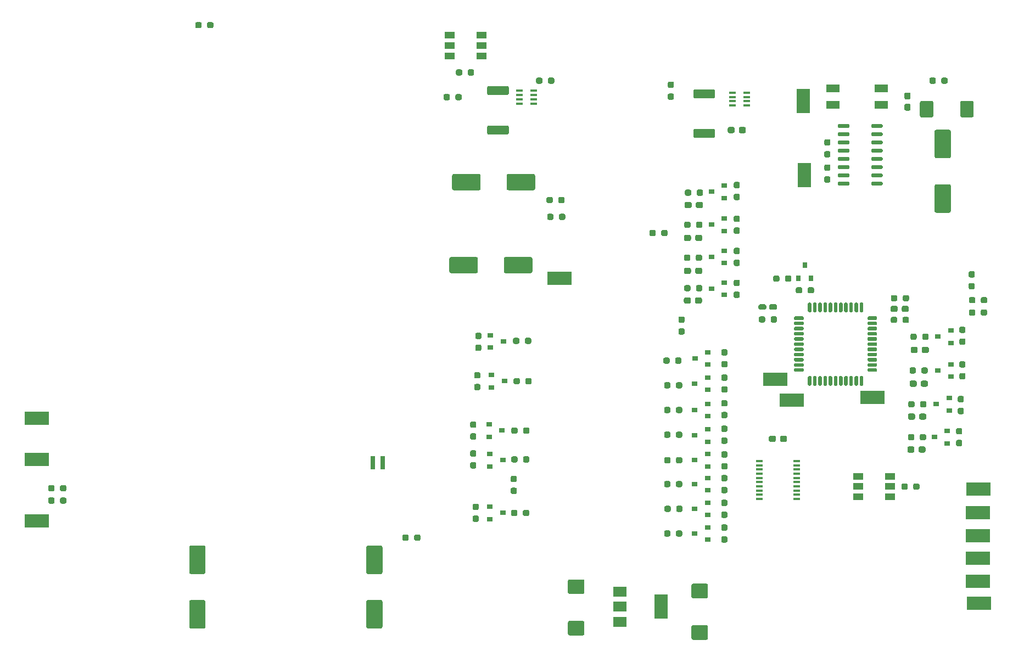
<source format=gbr>
%TF.GenerationSoftware,KiCad,Pcbnew,(5.1.9)-1*%
%TF.CreationDate,2022-07-01T06:07:01-07:00*%
%TF.ProjectId,GALIL,47414c49-4c2e-46b6-9963-61645f706362,rev?*%
%TF.SameCoordinates,Original*%
%TF.FileFunction,Paste,Top*%
%TF.FilePolarity,Positive*%
%FSLAX46Y46*%
G04 Gerber Fmt 4.6, Leading zero omitted, Abs format (unit mm)*
G04 Created by KiCad (PCBNEW (5.1.9)-1) date 2022-07-01 06:07:01*
%MOMM*%
%LPD*%
G01*
G04 APERTURE LIST*
%ADD10R,3.800000X2.000000*%
%ADD11R,1.500000X1.000000*%
%ADD12R,0.900000X0.800000*%
%ADD13R,0.800000X0.900000*%
%ADD14R,2.000000X3.800000*%
%ADD15R,1.000000X0.400000*%
%ADD16R,2.000000X1.500000*%
%ADD17R,2.000000X1.200000*%
%ADD18R,1.060000X0.400000*%
%ADD19R,0.800000X2.000000*%
G04 APERTURE END LIST*
D10*
%TO.C,TP3*%
X170815000Y-116205000D03*
%TD*%
%TO.C,TP2*%
X158369000Y-116586000D03*
%TD*%
%TO.C,TP1*%
X155829000Y-113411000D03*
%TD*%
%TO.C,R78*%
G36*
G01*
X176208500Y-129683500D02*
X176208500Y-130158500D01*
G75*
G02*
X175971000Y-130396000I-237500J0D01*
G01*
X175471000Y-130396000D01*
G75*
G02*
X175233500Y-130158500I0J237500D01*
G01*
X175233500Y-129683500D01*
G75*
G02*
X175471000Y-129446000I237500J0D01*
G01*
X175971000Y-129446000D01*
G75*
G02*
X176208500Y-129683500I0J-237500D01*
G01*
G37*
G36*
G01*
X178033500Y-129683500D02*
X178033500Y-130158500D01*
G75*
G02*
X177796000Y-130396000I-237500J0D01*
G01*
X177296000Y-130396000D01*
G75*
G02*
X177058500Y-130158500I0J237500D01*
G01*
X177058500Y-129683500D01*
G75*
G02*
X177296000Y-129446000I237500J0D01*
G01*
X177796000Y-129446000D01*
G75*
G02*
X178033500Y-129683500I0J-237500D01*
G01*
G37*
%TD*%
D11*
%TO.C,D3*%
X168619000Y-128321000D03*
X168619000Y-129921000D03*
X168619000Y-131521000D03*
X173519000Y-128321000D03*
X173519000Y-129921000D03*
X173519000Y-131521000D03*
%TD*%
D10*
%TO.C,SCK1*%
X187071000Y-133985000D03*
%TD*%
%TO.C,R77*%
G36*
G01*
X155087500Y-104377500D02*
X155087500Y-103902500D01*
G75*
G02*
X155325000Y-103665000I237500J0D01*
G01*
X155825000Y-103665000D01*
G75*
G02*
X156062500Y-103902500I0J-237500D01*
G01*
X156062500Y-104377500D01*
G75*
G02*
X155825000Y-104615000I-237500J0D01*
G01*
X155325000Y-104615000D01*
G75*
G02*
X155087500Y-104377500I0J237500D01*
G01*
G37*
G36*
G01*
X153262500Y-104377500D02*
X153262500Y-103902500D01*
G75*
G02*
X153500000Y-103665000I237500J0D01*
G01*
X154000000Y-103665000D01*
G75*
G02*
X154237500Y-103902500I0J-237500D01*
G01*
X154237500Y-104377500D01*
G75*
G02*
X154000000Y-104615000I-237500J0D01*
G01*
X153500000Y-104615000D01*
G75*
G02*
X153262500Y-104377500I0J237500D01*
G01*
G37*
%TD*%
%TO.C,PROBE1*%
X187198000Y-147955000D03*
%TD*%
%TO.C,MOSI1*%
X187071000Y-137541000D03*
%TD*%
%TO.C,MISO1*%
X187071000Y-140970000D03*
%TD*%
%TO.C,D1*%
G36*
G01*
X154435500Y-102022500D02*
X154435500Y-102447500D01*
G75*
G02*
X154223000Y-102660000I-212500J0D01*
G01*
X153423000Y-102660000D01*
G75*
G02*
X153210500Y-102447500I0J212500D01*
G01*
X153210500Y-102022500D01*
G75*
G02*
X153423000Y-101810000I212500J0D01*
G01*
X154223000Y-101810000D01*
G75*
G02*
X154435500Y-102022500I0J-212500D01*
G01*
G37*
G36*
G01*
X156060500Y-102022500D02*
X156060500Y-102447500D01*
G75*
G02*
X155848000Y-102660000I-212500J0D01*
G01*
X155048000Y-102660000D01*
G75*
G02*
X154835500Y-102447500I0J212500D01*
G01*
X154835500Y-102022500D01*
G75*
G02*
X155048000Y-101810000I212500J0D01*
G01*
X155848000Y-101810000D01*
G75*
G02*
X156060500Y-102022500I0J-212500D01*
G01*
G37*
%TD*%
%TO.C,CSn1*%
X187071000Y-144526000D03*
%TD*%
%TO.C,R76*%
G36*
G01*
X115230900Y-130092000D02*
X115705900Y-130092000D01*
G75*
G02*
X115943400Y-130329500I0J-237500D01*
G01*
X115943400Y-130829500D01*
G75*
G02*
X115705900Y-131067000I-237500J0D01*
G01*
X115230900Y-131067000D01*
G75*
G02*
X114993400Y-130829500I0J237500D01*
G01*
X114993400Y-130329500D01*
G75*
G02*
X115230900Y-130092000I237500J0D01*
G01*
G37*
G36*
G01*
X115230900Y-128267000D02*
X115705900Y-128267000D01*
G75*
G02*
X115943400Y-128504500I0J-237500D01*
G01*
X115943400Y-129004500D01*
G75*
G02*
X115705900Y-129242000I-237500J0D01*
G01*
X115230900Y-129242000D01*
G75*
G02*
X114993400Y-129004500I0J237500D01*
G01*
X114993400Y-128504500D01*
G75*
G02*
X115230900Y-128267000I237500J0D01*
G01*
G37*
%TD*%
%TO.C,C5*%
G36*
G01*
X65675000Y-147415000D02*
X67675000Y-147415000D01*
G75*
G02*
X67925000Y-147665000I0J-250000D01*
G01*
X67925000Y-151565000D01*
G75*
G02*
X67675000Y-151815000I-250000J0D01*
G01*
X65675000Y-151815000D01*
G75*
G02*
X65425000Y-151565000I0J250000D01*
G01*
X65425000Y-147665000D01*
G75*
G02*
X65675000Y-147415000I250000J0D01*
G01*
G37*
G36*
G01*
X65675000Y-139015000D02*
X67675000Y-139015000D01*
G75*
G02*
X67925000Y-139265000I0J-250000D01*
G01*
X67925000Y-143165000D01*
G75*
G02*
X67675000Y-143415000I-250000J0D01*
G01*
X65675000Y-143415000D01*
G75*
G02*
X65425000Y-143165000I0J250000D01*
G01*
X65425000Y-139265000D01*
G75*
G02*
X65675000Y-139015000I250000J0D01*
G01*
G37*
%TD*%
%TO.C,R75*%
G36*
G01*
X116340700Y-107204500D02*
X116340700Y-107679500D01*
G75*
G02*
X116103200Y-107917000I-237500J0D01*
G01*
X115603200Y-107917000D01*
G75*
G02*
X115365700Y-107679500I0J237500D01*
G01*
X115365700Y-107204500D01*
G75*
G02*
X115603200Y-106967000I237500J0D01*
G01*
X116103200Y-106967000D01*
G75*
G02*
X116340700Y-107204500I0J-237500D01*
G01*
G37*
G36*
G01*
X118165700Y-107204500D02*
X118165700Y-107679500D01*
G75*
G02*
X117928200Y-107917000I-237500J0D01*
G01*
X117428200Y-107917000D01*
G75*
G02*
X117190700Y-107679500I0J237500D01*
G01*
X117190700Y-107204500D01*
G75*
G02*
X117428200Y-106967000I237500J0D01*
G01*
X117928200Y-106967000D01*
G75*
G02*
X118165700Y-107204500I0J-237500D01*
G01*
G37*
%TD*%
%TO.C,R74*%
G36*
G01*
X109769900Y-108021300D02*
X110244900Y-108021300D01*
G75*
G02*
X110482400Y-108258800I0J-237500D01*
G01*
X110482400Y-108758800D01*
G75*
G02*
X110244900Y-108996300I-237500J0D01*
G01*
X109769900Y-108996300D01*
G75*
G02*
X109532400Y-108758800I0J237500D01*
G01*
X109532400Y-108258800D01*
G75*
G02*
X109769900Y-108021300I237500J0D01*
G01*
G37*
G36*
G01*
X109769900Y-106196300D02*
X110244900Y-106196300D01*
G75*
G02*
X110482400Y-106433800I0J-237500D01*
G01*
X110482400Y-106933800D01*
G75*
G02*
X110244900Y-107171300I-237500J0D01*
G01*
X109769900Y-107171300D01*
G75*
G02*
X109532400Y-106933800I0J237500D01*
G01*
X109532400Y-106433800D01*
G75*
G02*
X109769900Y-106196300I237500J0D01*
G01*
G37*
%TD*%
D12*
%TO.C,Q25*%
X113852200Y-107518200D03*
X111852200Y-108468200D03*
X111852200Y-106568200D03*
%TD*%
%TO.C,R73*%
G36*
G01*
X157293500Y-98078300D02*
X157293500Y-97603300D01*
G75*
G02*
X157531000Y-97365800I237500J0D01*
G01*
X158031000Y-97365800D01*
G75*
G02*
X158268500Y-97603300I0J-237500D01*
G01*
X158268500Y-98078300D01*
G75*
G02*
X158031000Y-98315800I-237500J0D01*
G01*
X157531000Y-98315800D01*
G75*
G02*
X157293500Y-98078300I0J237500D01*
G01*
G37*
G36*
G01*
X155468500Y-98078300D02*
X155468500Y-97603300D01*
G75*
G02*
X155706000Y-97365800I237500J0D01*
G01*
X156206000Y-97365800D01*
G75*
G02*
X156443500Y-97603300I0J-237500D01*
G01*
X156443500Y-98078300D01*
G75*
G02*
X156206000Y-98315800I-237500J0D01*
G01*
X155706000Y-98315800D01*
G75*
G02*
X155468500Y-98078300I0J237500D01*
G01*
G37*
%TD*%
%TO.C,R72*%
G36*
G01*
X160798700Y-99881700D02*
X160798700Y-99406700D01*
G75*
G02*
X161036200Y-99169200I237500J0D01*
G01*
X161536200Y-99169200D01*
G75*
G02*
X161773700Y-99406700I0J-237500D01*
G01*
X161773700Y-99881700D01*
G75*
G02*
X161536200Y-100119200I-237500J0D01*
G01*
X161036200Y-100119200D01*
G75*
G02*
X160798700Y-99881700I0J237500D01*
G01*
G37*
G36*
G01*
X158973700Y-99881700D02*
X158973700Y-99406700D01*
G75*
G02*
X159211200Y-99169200I237500J0D01*
G01*
X159711200Y-99169200D01*
G75*
G02*
X159948700Y-99406700I0J-237500D01*
G01*
X159948700Y-99881700D01*
G75*
G02*
X159711200Y-100119200I-237500J0D01*
G01*
X159211200Y-100119200D01*
G75*
G02*
X158973700Y-99881700I0J237500D01*
G01*
G37*
%TD*%
D13*
%TO.C,Q24*%
X160340000Y-95790000D03*
X161290000Y-97790000D03*
X159390000Y-97790000D03*
%TD*%
D10*
%TO.C,GND2*%
X187147200Y-130302000D03*
%TD*%
%TO.C,R71*%
G36*
G01*
X186644100Y-102835700D02*
X186644100Y-103310700D01*
G75*
G02*
X186406600Y-103548200I-237500J0D01*
G01*
X185906600Y-103548200D01*
G75*
G02*
X185669100Y-103310700I0J237500D01*
G01*
X185669100Y-102835700D01*
G75*
G02*
X185906600Y-102598200I237500J0D01*
G01*
X186406600Y-102598200D01*
G75*
G02*
X186644100Y-102835700I0J-237500D01*
G01*
G37*
G36*
G01*
X188469100Y-102835700D02*
X188469100Y-103310700D01*
G75*
G02*
X188231600Y-103548200I-237500J0D01*
G01*
X187731600Y-103548200D01*
G75*
G02*
X187494100Y-103310700I0J237500D01*
G01*
X187494100Y-102835700D01*
G75*
G02*
X187731600Y-102598200I237500J0D01*
G01*
X188231600Y-102598200D01*
G75*
G02*
X188469100Y-102835700I0J-237500D01*
G01*
G37*
%TD*%
%TO.C,R70*%
G36*
G01*
X120746700Y-67547500D02*
X120746700Y-67072500D01*
G75*
G02*
X120984200Y-66835000I237500J0D01*
G01*
X121484200Y-66835000D01*
G75*
G02*
X121721700Y-67072500I0J-237500D01*
G01*
X121721700Y-67547500D01*
G75*
G02*
X121484200Y-67785000I-237500J0D01*
G01*
X120984200Y-67785000D01*
G75*
G02*
X120746700Y-67547500I0J237500D01*
G01*
G37*
G36*
G01*
X118921700Y-67547500D02*
X118921700Y-67072500D01*
G75*
G02*
X119159200Y-66835000I237500J0D01*
G01*
X119659200Y-66835000D01*
G75*
G02*
X119896700Y-67072500I0J-237500D01*
G01*
X119896700Y-67547500D01*
G75*
G02*
X119659200Y-67785000I-237500J0D01*
G01*
X119159200Y-67785000D01*
G75*
G02*
X118921700Y-67547500I0J237500D01*
G01*
G37*
%TD*%
%TO.C,R69*%
G36*
G01*
X67340300Y-58512700D02*
X67340300Y-58987700D01*
G75*
G02*
X67102800Y-59225200I-237500J0D01*
G01*
X66602800Y-59225200D01*
G75*
G02*
X66365300Y-58987700I0J237500D01*
G01*
X66365300Y-58512700D01*
G75*
G02*
X66602800Y-58275200I237500J0D01*
G01*
X67102800Y-58275200D01*
G75*
G02*
X67340300Y-58512700I0J-237500D01*
G01*
G37*
G36*
G01*
X69165300Y-58512700D02*
X69165300Y-58987700D01*
G75*
G02*
X68927800Y-59225200I-237500J0D01*
G01*
X68427800Y-59225200D01*
G75*
G02*
X68190300Y-58987700I0J237500D01*
G01*
X68190300Y-58512700D01*
G75*
G02*
X68427800Y-58275200I237500J0D01*
G01*
X68927800Y-58275200D01*
G75*
G02*
X69165300Y-58512700I0J-237500D01*
G01*
G37*
%TD*%
%TO.C,R68*%
G36*
G01*
X174604500Y-100625900D02*
X174604500Y-101100900D01*
G75*
G02*
X174367000Y-101338400I-237500J0D01*
G01*
X173867000Y-101338400D01*
G75*
G02*
X173629500Y-101100900I0J237500D01*
G01*
X173629500Y-100625900D01*
G75*
G02*
X173867000Y-100388400I237500J0D01*
G01*
X174367000Y-100388400D01*
G75*
G02*
X174604500Y-100625900I0J-237500D01*
G01*
G37*
G36*
G01*
X176429500Y-100625900D02*
X176429500Y-101100900D01*
G75*
G02*
X176192000Y-101338400I-237500J0D01*
G01*
X175692000Y-101338400D01*
G75*
G02*
X175454500Y-101100900I0J237500D01*
G01*
X175454500Y-100625900D01*
G75*
G02*
X175692000Y-100388400I237500J0D01*
G01*
X176192000Y-100388400D01*
G75*
G02*
X176429500Y-100625900I0J-237500D01*
G01*
G37*
%TD*%
%TO.C,C26*%
G36*
G01*
X180610000Y-83280000D02*
X182610000Y-83280000D01*
G75*
G02*
X182860000Y-83530000I0J-250000D01*
G01*
X182860000Y-87430000D01*
G75*
G02*
X182610000Y-87680000I-250000J0D01*
G01*
X180610000Y-87680000D01*
G75*
G02*
X180360000Y-87430000I0J250000D01*
G01*
X180360000Y-83530000D01*
G75*
G02*
X180610000Y-83280000I250000J0D01*
G01*
G37*
G36*
G01*
X180610000Y-74880000D02*
X182610000Y-74880000D01*
G75*
G02*
X182860000Y-75130000I0J-250000D01*
G01*
X182860000Y-79030000D01*
G75*
G02*
X182610000Y-79280000I-250000J0D01*
G01*
X180610000Y-79280000D01*
G75*
G02*
X180360000Y-79030000I0J250000D01*
G01*
X180360000Y-75130000D01*
G75*
G02*
X180610000Y-74880000I250000J0D01*
G01*
G37*
%TD*%
%TO.C,C25*%
G36*
G01*
X126120001Y-146490000D02*
X124069999Y-146490000D01*
G75*
G02*
X123820000Y-146240001I0J249999D01*
G01*
X123820000Y-144489999D01*
G75*
G02*
X124069999Y-144240000I249999J0D01*
G01*
X126120001Y-144240000D01*
G75*
G02*
X126370000Y-144489999I0J-249999D01*
G01*
X126370000Y-146240001D01*
G75*
G02*
X126120001Y-146490000I-249999J0D01*
G01*
G37*
G36*
G01*
X126120001Y-152890000D02*
X124069999Y-152890000D01*
G75*
G02*
X123820000Y-152640001I0J249999D01*
G01*
X123820000Y-150889999D01*
G75*
G02*
X124069999Y-150640000I249999J0D01*
G01*
X126120001Y-150640000D01*
G75*
G02*
X126370000Y-150889999I0J-249999D01*
G01*
X126370000Y-152640001D01*
G75*
G02*
X126120001Y-152890000I-249999J0D01*
G01*
G37*
%TD*%
%TO.C,R67*%
G36*
G01*
X186646000Y-100930700D02*
X186646000Y-101405700D01*
G75*
G02*
X186408500Y-101643200I-237500J0D01*
G01*
X185908500Y-101643200D01*
G75*
G02*
X185671000Y-101405700I0J237500D01*
G01*
X185671000Y-100930700D01*
G75*
G02*
X185908500Y-100693200I237500J0D01*
G01*
X186408500Y-100693200D01*
G75*
G02*
X186646000Y-100930700I0J-237500D01*
G01*
G37*
G36*
G01*
X188471000Y-100930700D02*
X188471000Y-101405700D01*
G75*
G02*
X188233500Y-101643200I-237500J0D01*
G01*
X187733500Y-101643200D01*
G75*
G02*
X187496000Y-101405700I0J237500D01*
G01*
X187496000Y-100930700D01*
G75*
G02*
X187733500Y-100693200I237500J0D01*
G01*
X188233500Y-100693200D01*
G75*
G02*
X188471000Y-100930700I0J-237500D01*
G01*
G37*
%TD*%
%TO.C,R66*%
G36*
G01*
X185842900Y-98517900D02*
X186317900Y-98517900D01*
G75*
G02*
X186555400Y-98755400I0J-237500D01*
G01*
X186555400Y-99255400D01*
G75*
G02*
X186317900Y-99492900I-237500J0D01*
G01*
X185842900Y-99492900D01*
G75*
G02*
X185605400Y-99255400I0J237500D01*
G01*
X185605400Y-98755400D01*
G75*
G02*
X185842900Y-98517900I237500J0D01*
G01*
G37*
G36*
G01*
X185842900Y-96692900D02*
X186317900Y-96692900D01*
G75*
G02*
X186555400Y-96930400I0J-237500D01*
G01*
X186555400Y-97430400D01*
G75*
G02*
X186317900Y-97667900I-237500J0D01*
G01*
X185842900Y-97667900D01*
G75*
G02*
X185605400Y-97430400I0J237500D01*
G01*
X185605400Y-96930400D01*
G75*
G02*
X185842900Y-96692900I237500J0D01*
G01*
G37*
%TD*%
%TO.C,R26*%
G36*
G01*
X108375000Y-66277500D02*
X108375000Y-65802500D01*
G75*
G02*
X108612500Y-65565000I237500J0D01*
G01*
X109112500Y-65565000D01*
G75*
G02*
X109350000Y-65802500I0J-237500D01*
G01*
X109350000Y-66277500D01*
G75*
G02*
X109112500Y-66515000I-237500J0D01*
G01*
X108612500Y-66515000D01*
G75*
G02*
X108375000Y-66277500I0J237500D01*
G01*
G37*
G36*
G01*
X106550000Y-66277500D02*
X106550000Y-65802500D01*
G75*
G02*
X106787500Y-65565000I237500J0D01*
G01*
X107287500Y-65565000D01*
G75*
G02*
X107525000Y-65802500I0J-237500D01*
G01*
X107525000Y-66277500D01*
G75*
G02*
X107287500Y-66515000I-237500J0D01*
G01*
X106787500Y-66515000D01*
G75*
G02*
X106550000Y-66277500I0J237500D01*
G01*
G37*
%TD*%
%TO.C,R11*%
G36*
G01*
X105620000Y-69612500D02*
X105620000Y-70087500D01*
G75*
G02*
X105382500Y-70325000I-237500J0D01*
G01*
X104882500Y-70325000D01*
G75*
G02*
X104645000Y-70087500I0J237500D01*
G01*
X104645000Y-69612500D01*
G75*
G02*
X104882500Y-69375000I237500J0D01*
G01*
X105382500Y-69375000D01*
G75*
G02*
X105620000Y-69612500I0J-237500D01*
G01*
G37*
G36*
G01*
X107445000Y-69612500D02*
X107445000Y-70087500D01*
G75*
G02*
X107207500Y-70325000I-237500J0D01*
G01*
X106707500Y-70325000D01*
G75*
G02*
X106470000Y-70087500I0J237500D01*
G01*
X106470000Y-69612500D01*
G75*
G02*
X106707500Y-69375000I237500J0D01*
G01*
X107207500Y-69375000D01*
G75*
G02*
X107445000Y-69612500I0J-237500D01*
G01*
G37*
%TD*%
%TO.C,R2*%
G36*
G01*
X44660000Y-131842500D02*
X44660000Y-132317500D01*
G75*
G02*
X44422500Y-132555000I-237500J0D01*
G01*
X43922500Y-132555000D01*
G75*
G02*
X43685000Y-132317500I0J237500D01*
G01*
X43685000Y-131842500D01*
G75*
G02*
X43922500Y-131605000I237500J0D01*
G01*
X44422500Y-131605000D01*
G75*
G02*
X44660000Y-131842500I0J-237500D01*
G01*
G37*
G36*
G01*
X46485000Y-131842500D02*
X46485000Y-132317500D01*
G75*
G02*
X46247500Y-132555000I-237500J0D01*
G01*
X45747500Y-132555000D01*
G75*
G02*
X45510000Y-132317500I0J237500D01*
G01*
X45510000Y-131842500D01*
G75*
G02*
X45747500Y-131605000I237500J0D01*
G01*
X46247500Y-131605000D01*
G75*
G02*
X46485000Y-131842500I0J-237500D01*
G01*
G37*
%TD*%
%TO.C,R1*%
G36*
G01*
X44660000Y-129937500D02*
X44660000Y-130412500D01*
G75*
G02*
X44422500Y-130650000I-237500J0D01*
G01*
X43922500Y-130650000D01*
G75*
G02*
X43685000Y-130412500I0J237500D01*
G01*
X43685000Y-129937500D01*
G75*
G02*
X43922500Y-129700000I237500J0D01*
G01*
X44422500Y-129700000D01*
G75*
G02*
X44660000Y-129937500I0J-237500D01*
G01*
G37*
G36*
G01*
X46485000Y-129937500D02*
X46485000Y-130412500D01*
G75*
G02*
X46247500Y-130650000I-237500J0D01*
G01*
X45747500Y-130650000D01*
G75*
G02*
X45510000Y-130412500I0J237500D01*
G01*
X45510000Y-129937500D01*
G75*
G02*
X45747500Y-129700000I237500J0D01*
G01*
X46247500Y-129700000D01*
G75*
G02*
X46485000Y-129937500I0J-237500D01*
G01*
G37*
%TD*%
%TO.C,R54*%
G36*
G01*
X143405799Y-74742000D02*
X146255801Y-74742000D01*
G75*
G02*
X146505800Y-74991999I0J-249999D01*
G01*
X146505800Y-75892001D01*
G75*
G02*
X146255801Y-76142000I-249999J0D01*
G01*
X143405799Y-76142000D01*
G75*
G02*
X143155800Y-75892001I0J249999D01*
G01*
X143155800Y-74991999D01*
G75*
G02*
X143405799Y-74742000I249999J0D01*
G01*
G37*
G36*
G01*
X143405799Y-68642000D02*
X146255801Y-68642000D01*
G75*
G02*
X146505800Y-68891999I0J-249999D01*
G01*
X146505800Y-69792001D01*
G75*
G02*
X146255801Y-70042000I-249999J0D01*
G01*
X143405799Y-70042000D01*
G75*
G02*
X143155800Y-69792001I0J249999D01*
G01*
X143155800Y-68891999D01*
G75*
G02*
X143405799Y-68642000I249999J0D01*
G01*
G37*
%TD*%
%TO.C,R32*%
G36*
G01*
X111604999Y-74230000D02*
X114455001Y-74230000D01*
G75*
G02*
X114705000Y-74479999I0J-249999D01*
G01*
X114705000Y-75380001D01*
G75*
G02*
X114455001Y-75630000I-249999J0D01*
G01*
X111604999Y-75630000D01*
G75*
G02*
X111355000Y-75380001I0J249999D01*
G01*
X111355000Y-74479999D01*
G75*
G02*
X111604999Y-74230000I249999J0D01*
G01*
G37*
G36*
G01*
X111604999Y-68130000D02*
X114455001Y-68130000D01*
G75*
G02*
X114705000Y-68379999I0J-249999D01*
G01*
X114705000Y-69280001D01*
G75*
G02*
X114455001Y-69530000I-249999J0D01*
G01*
X111604999Y-69530000D01*
G75*
G02*
X111355000Y-69280001I0J249999D01*
G01*
X111355000Y-68379999D01*
G75*
G02*
X111604999Y-68130000I249999J0D01*
G01*
G37*
%TD*%
%TO.C,U7*%
G36*
G01*
X170610000Y-74445000D02*
X170610000Y-74145000D01*
G75*
G02*
X170760000Y-73995000I150000J0D01*
G01*
X172210000Y-73995000D01*
G75*
G02*
X172360000Y-74145000I0J-150000D01*
G01*
X172360000Y-74445000D01*
G75*
G02*
X172210000Y-74595000I-150000J0D01*
G01*
X170760000Y-74595000D01*
G75*
G02*
X170610000Y-74445000I0J150000D01*
G01*
G37*
G36*
G01*
X170610000Y-75715000D02*
X170610000Y-75415000D01*
G75*
G02*
X170760000Y-75265000I150000J0D01*
G01*
X172210000Y-75265000D01*
G75*
G02*
X172360000Y-75415000I0J-150000D01*
G01*
X172360000Y-75715000D01*
G75*
G02*
X172210000Y-75865000I-150000J0D01*
G01*
X170760000Y-75865000D01*
G75*
G02*
X170610000Y-75715000I0J150000D01*
G01*
G37*
G36*
G01*
X170610000Y-76985000D02*
X170610000Y-76685000D01*
G75*
G02*
X170760000Y-76535000I150000J0D01*
G01*
X172210000Y-76535000D01*
G75*
G02*
X172360000Y-76685000I0J-150000D01*
G01*
X172360000Y-76985000D01*
G75*
G02*
X172210000Y-77135000I-150000J0D01*
G01*
X170760000Y-77135000D01*
G75*
G02*
X170610000Y-76985000I0J150000D01*
G01*
G37*
G36*
G01*
X170610000Y-78255000D02*
X170610000Y-77955000D01*
G75*
G02*
X170760000Y-77805000I150000J0D01*
G01*
X172210000Y-77805000D01*
G75*
G02*
X172360000Y-77955000I0J-150000D01*
G01*
X172360000Y-78255000D01*
G75*
G02*
X172210000Y-78405000I-150000J0D01*
G01*
X170760000Y-78405000D01*
G75*
G02*
X170610000Y-78255000I0J150000D01*
G01*
G37*
G36*
G01*
X170610000Y-79525000D02*
X170610000Y-79225000D01*
G75*
G02*
X170760000Y-79075000I150000J0D01*
G01*
X172210000Y-79075000D01*
G75*
G02*
X172360000Y-79225000I0J-150000D01*
G01*
X172360000Y-79525000D01*
G75*
G02*
X172210000Y-79675000I-150000J0D01*
G01*
X170760000Y-79675000D01*
G75*
G02*
X170610000Y-79525000I0J150000D01*
G01*
G37*
G36*
G01*
X170610000Y-80795000D02*
X170610000Y-80495000D01*
G75*
G02*
X170760000Y-80345000I150000J0D01*
G01*
X172210000Y-80345000D01*
G75*
G02*
X172360000Y-80495000I0J-150000D01*
G01*
X172360000Y-80795000D01*
G75*
G02*
X172210000Y-80945000I-150000J0D01*
G01*
X170760000Y-80945000D01*
G75*
G02*
X170610000Y-80795000I0J150000D01*
G01*
G37*
G36*
G01*
X170610000Y-82065000D02*
X170610000Y-81765000D01*
G75*
G02*
X170760000Y-81615000I150000J0D01*
G01*
X172210000Y-81615000D01*
G75*
G02*
X172360000Y-81765000I0J-150000D01*
G01*
X172360000Y-82065000D01*
G75*
G02*
X172210000Y-82215000I-150000J0D01*
G01*
X170760000Y-82215000D01*
G75*
G02*
X170610000Y-82065000I0J150000D01*
G01*
G37*
G36*
G01*
X170610000Y-83335000D02*
X170610000Y-83035000D01*
G75*
G02*
X170760000Y-82885000I150000J0D01*
G01*
X172210000Y-82885000D01*
G75*
G02*
X172360000Y-83035000I0J-150000D01*
G01*
X172360000Y-83335000D01*
G75*
G02*
X172210000Y-83485000I-150000J0D01*
G01*
X170760000Y-83485000D01*
G75*
G02*
X170610000Y-83335000I0J150000D01*
G01*
G37*
G36*
G01*
X165460000Y-83335000D02*
X165460000Y-83035000D01*
G75*
G02*
X165610000Y-82885000I150000J0D01*
G01*
X167060000Y-82885000D01*
G75*
G02*
X167210000Y-83035000I0J-150000D01*
G01*
X167210000Y-83335000D01*
G75*
G02*
X167060000Y-83485000I-150000J0D01*
G01*
X165610000Y-83485000D01*
G75*
G02*
X165460000Y-83335000I0J150000D01*
G01*
G37*
G36*
G01*
X165460000Y-82065000D02*
X165460000Y-81765000D01*
G75*
G02*
X165610000Y-81615000I150000J0D01*
G01*
X167060000Y-81615000D01*
G75*
G02*
X167210000Y-81765000I0J-150000D01*
G01*
X167210000Y-82065000D01*
G75*
G02*
X167060000Y-82215000I-150000J0D01*
G01*
X165610000Y-82215000D01*
G75*
G02*
X165460000Y-82065000I0J150000D01*
G01*
G37*
G36*
G01*
X165460000Y-80795000D02*
X165460000Y-80495000D01*
G75*
G02*
X165610000Y-80345000I150000J0D01*
G01*
X167060000Y-80345000D01*
G75*
G02*
X167210000Y-80495000I0J-150000D01*
G01*
X167210000Y-80795000D01*
G75*
G02*
X167060000Y-80945000I-150000J0D01*
G01*
X165610000Y-80945000D01*
G75*
G02*
X165460000Y-80795000I0J150000D01*
G01*
G37*
G36*
G01*
X165460000Y-79525000D02*
X165460000Y-79225000D01*
G75*
G02*
X165610000Y-79075000I150000J0D01*
G01*
X167060000Y-79075000D01*
G75*
G02*
X167210000Y-79225000I0J-150000D01*
G01*
X167210000Y-79525000D01*
G75*
G02*
X167060000Y-79675000I-150000J0D01*
G01*
X165610000Y-79675000D01*
G75*
G02*
X165460000Y-79525000I0J150000D01*
G01*
G37*
G36*
G01*
X165460000Y-78255000D02*
X165460000Y-77955000D01*
G75*
G02*
X165610000Y-77805000I150000J0D01*
G01*
X167060000Y-77805000D01*
G75*
G02*
X167210000Y-77955000I0J-150000D01*
G01*
X167210000Y-78255000D01*
G75*
G02*
X167060000Y-78405000I-150000J0D01*
G01*
X165610000Y-78405000D01*
G75*
G02*
X165460000Y-78255000I0J150000D01*
G01*
G37*
G36*
G01*
X165460000Y-76985000D02*
X165460000Y-76685000D01*
G75*
G02*
X165610000Y-76535000I150000J0D01*
G01*
X167060000Y-76535000D01*
G75*
G02*
X167210000Y-76685000I0J-150000D01*
G01*
X167210000Y-76985000D01*
G75*
G02*
X167060000Y-77135000I-150000J0D01*
G01*
X165610000Y-77135000D01*
G75*
G02*
X165460000Y-76985000I0J150000D01*
G01*
G37*
G36*
G01*
X165460000Y-75715000D02*
X165460000Y-75415000D01*
G75*
G02*
X165610000Y-75265000I150000J0D01*
G01*
X167060000Y-75265000D01*
G75*
G02*
X167210000Y-75415000I0J-150000D01*
G01*
X167210000Y-75715000D01*
G75*
G02*
X167060000Y-75865000I-150000J0D01*
G01*
X165610000Y-75865000D01*
G75*
G02*
X165460000Y-75715000I0J150000D01*
G01*
G37*
G36*
G01*
X165460000Y-74445000D02*
X165460000Y-74145000D01*
G75*
G02*
X165610000Y-73995000I150000J0D01*
G01*
X167060000Y-73995000D01*
G75*
G02*
X167210000Y-74145000I0J-150000D01*
G01*
X167210000Y-74445000D01*
G75*
G02*
X167060000Y-74595000I-150000J0D01*
G01*
X165610000Y-74595000D01*
G75*
G02*
X165460000Y-74445000I0J150000D01*
G01*
G37*
%TD*%
%TO.C,R65*%
G36*
G01*
X116034000Y-133747500D02*
X116034000Y-134222500D01*
G75*
G02*
X115796500Y-134460000I-237500J0D01*
G01*
X115296500Y-134460000D01*
G75*
G02*
X115059000Y-134222500I0J237500D01*
G01*
X115059000Y-133747500D01*
G75*
G02*
X115296500Y-133510000I237500J0D01*
G01*
X115796500Y-133510000D01*
G75*
G02*
X116034000Y-133747500I0J-237500D01*
G01*
G37*
G36*
G01*
X117859000Y-133747500D02*
X117859000Y-134222500D01*
G75*
G02*
X117621500Y-134460000I-237500J0D01*
G01*
X117121500Y-134460000D01*
G75*
G02*
X116884000Y-134222500I0J237500D01*
G01*
X116884000Y-133747500D01*
G75*
G02*
X117121500Y-133510000I237500J0D01*
G01*
X117621500Y-133510000D01*
G75*
G02*
X117859000Y-133747500I0J-237500D01*
G01*
G37*
%TD*%
%TO.C,R64*%
G36*
G01*
X116415000Y-113427500D02*
X116415000Y-113902500D01*
G75*
G02*
X116177500Y-114140000I-237500J0D01*
G01*
X115677500Y-114140000D01*
G75*
G02*
X115440000Y-113902500I0J237500D01*
G01*
X115440000Y-113427500D01*
G75*
G02*
X115677500Y-113190000I237500J0D01*
G01*
X116177500Y-113190000D01*
G75*
G02*
X116415000Y-113427500I0J-237500D01*
G01*
G37*
G36*
G01*
X118240000Y-113427500D02*
X118240000Y-113902500D01*
G75*
G02*
X118002500Y-114140000I-237500J0D01*
G01*
X117502500Y-114140000D01*
G75*
G02*
X117265000Y-113902500I0J237500D01*
G01*
X117265000Y-113427500D01*
G75*
G02*
X117502500Y-113190000I237500J0D01*
G01*
X118002500Y-113190000D01*
G75*
G02*
X118240000Y-113427500I0J-237500D01*
G01*
G37*
%TD*%
%TO.C,R63*%
G36*
G01*
X116057500Y-125492500D02*
X116057500Y-125967500D01*
G75*
G02*
X115820000Y-126205000I-237500J0D01*
G01*
X115320000Y-126205000D01*
G75*
G02*
X115082500Y-125967500I0J237500D01*
G01*
X115082500Y-125492500D01*
G75*
G02*
X115320000Y-125255000I237500J0D01*
G01*
X115820000Y-125255000D01*
G75*
G02*
X116057500Y-125492500I0J-237500D01*
G01*
G37*
G36*
G01*
X117882500Y-125492500D02*
X117882500Y-125967500D01*
G75*
G02*
X117645000Y-126205000I-237500J0D01*
G01*
X117145000Y-126205000D01*
G75*
G02*
X116907500Y-125967500I0J237500D01*
G01*
X116907500Y-125492500D01*
G75*
G02*
X117145000Y-125255000I237500J0D01*
G01*
X117645000Y-125255000D01*
G75*
G02*
X117882500Y-125492500I0J-237500D01*
G01*
G37*
%TD*%
%TO.C,R62*%
G36*
G01*
X116057500Y-121047500D02*
X116057500Y-121522500D01*
G75*
G02*
X115820000Y-121760000I-237500J0D01*
G01*
X115320000Y-121760000D01*
G75*
G02*
X115082500Y-121522500I0J237500D01*
G01*
X115082500Y-121047500D01*
G75*
G02*
X115320000Y-120810000I237500J0D01*
G01*
X115820000Y-120810000D01*
G75*
G02*
X116057500Y-121047500I0J-237500D01*
G01*
G37*
G36*
G01*
X117882500Y-121047500D02*
X117882500Y-121522500D01*
G75*
G02*
X117645000Y-121760000I-237500J0D01*
G01*
X117145000Y-121760000D01*
G75*
G02*
X116907500Y-121522500I0J237500D01*
G01*
X116907500Y-121047500D01*
G75*
G02*
X117145000Y-120810000I237500J0D01*
G01*
X117645000Y-120810000D01*
G75*
G02*
X117882500Y-121047500I0J-237500D01*
G01*
G37*
%TD*%
%TO.C,R61*%
G36*
G01*
X109363500Y-134386500D02*
X109838500Y-134386500D01*
G75*
G02*
X110076000Y-134624000I0J-237500D01*
G01*
X110076000Y-135124000D01*
G75*
G02*
X109838500Y-135361500I-237500J0D01*
G01*
X109363500Y-135361500D01*
G75*
G02*
X109126000Y-135124000I0J237500D01*
G01*
X109126000Y-134624000D01*
G75*
G02*
X109363500Y-134386500I237500J0D01*
G01*
G37*
G36*
G01*
X109363500Y-132561500D02*
X109838500Y-132561500D01*
G75*
G02*
X110076000Y-132799000I0J-237500D01*
G01*
X110076000Y-133299000D01*
G75*
G02*
X109838500Y-133536500I-237500J0D01*
G01*
X109363500Y-133536500D01*
G75*
G02*
X109126000Y-133299000I0J237500D01*
G01*
X109126000Y-132799000D01*
G75*
G02*
X109363500Y-132561500I237500J0D01*
G01*
G37*
%TD*%
%TO.C,R60*%
G36*
G01*
X109617500Y-114090000D02*
X110092500Y-114090000D01*
G75*
G02*
X110330000Y-114327500I0J-237500D01*
G01*
X110330000Y-114827500D01*
G75*
G02*
X110092500Y-115065000I-237500J0D01*
G01*
X109617500Y-115065000D01*
G75*
G02*
X109380000Y-114827500I0J237500D01*
G01*
X109380000Y-114327500D01*
G75*
G02*
X109617500Y-114090000I237500J0D01*
G01*
G37*
G36*
G01*
X109617500Y-112265000D02*
X110092500Y-112265000D01*
G75*
G02*
X110330000Y-112502500I0J-237500D01*
G01*
X110330000Y-113002500D01*
G75*
G02*
X110092500Y-113240000I-237500J0D01*
G01*
X109617500Y-113240000D01*
G75*
G02*
X109380000Y-113002500I0J237500D01*
G01*
X109380000Y-112502500D01*
G75*
G02*
X109617500Y-112265000I237500J0D01*
G01*
G37*
%TD*%
%TO.C,R59*%
G36*
G01*
X108982500Y-126155000D02*
X109457500Y-126155000D01*
G75*
G02*
X109695000Y-126392500I0J-237500D01*
G01*
X109695000Y-126892500D01*
G75*
G02*
X109457500Y-127130000I-237500J0D01*
G01*
X108982500Y-127130000D01*
G75*
G02*
X108745000Y-126892500I0J237500D01*
G01*
X108745000Y-126392500D01*
G75*
G02*
X108982500Y-126155000I237500J0D01*
G01*
G37*
G36*
G01*
X108982500Y-124330000D02*
X109457500Y-124330000D01*
G75*
G02*
X109695000Y-124567500I0J-237500D01*
G01*
X109695000Y-125067500D01*
G75*
G02*
X109457500Y-125305000I-237500J0D01*
G01*
X108982500Y-125305000D01*
G75*
G02*
X108745000Y-125067500I0J237500D01*
G01*
X108745000Y-124567500D01*
G75*
G02*
X108982500Y-124330000I237500J0D01*
G01*
G37*
%TD*%
%TO.C,R58*%
G36*
G01*
X108982500Y-121710000D02*
X109457500Y-121710000D01*
G75*
G02*
X109695000Y-121947500I0J-237500D01*
G01*
X109695000Y-122447500D01*
G75*
G02*
X109457500Y-122685000I-237500J0D01*
G01*
X108982500Y-122685000D01*
G75*
G02*
X108745000Y-122447500I0J237500D01*
G01*
X108745000Y-121947500D01*
G75*
G02*
X108982500Y-121710000I237500J0D01*
G01*
G37*
G36*
G01*
X108982500Y-119885000D02*
X109457500Y-119885000D01*
G75*
G02*
X109695000Y-120122500I0J-237500D01*
G01*
X109695000Y-120622500D01*
G75*
G02*
X109457500Y-120860000I-237500J0D01*
G01*
X108982500Y-120860000D01*
G75*
G02*
X108745000Y-120622500I0J237500D01*
G01*
X108745000Y-120122500D01*
G75*
G02*
X108982500Y-119885000I237500J0D01*
G01*
G37*
%TD*%
D12*
%TO.C,Q23*%
X113776000Y-133985000D03*
X111776000Y-134935000D03*
X111776000Y-133035000D03*
%TD*%
%TO.C,Q22*%
X114030000Y-113665000D03*
X112030000Y-114615000D03*
X112030000Y-112715000D03*
%TD*%
%TO.C,Q21*%
X113776000Y-125857000D03*
X111776000Y-126807000D03*
X111776000Y-124907000D03*
%TD*%
%TO.C,Q20*%
X113665000Y-121285000D03*
X111665000Y-122235000D03*
X111665000Y-120335000D03*
%TD*%
D14*
%TO.C,PWM_MC1*%
X160147000Y-70485000D03*
%TD*%
D10*
%TO.C,MC1*%
X122555000Y-97790000D03*
%TD*%
D14*
%TO.C,CYP_MC1*%
X160324800Y-81915000D03*
%TD*%
D15*
%TO.C,U13*%
X153310000Y-131830000D03*
X153310000Y-131180000D03*
X153310000Y-130530000D03*
X153310000Y-129880000D03*
X153310000Y-129230000D03*
X153310000Y-128580000D03*
X153310000Y-127930000D03*
X153310000Y-127280000D03*
X153310000Y-126630000D03*
X153310000Y-125980000D03*
X159110000Y-125980000D03*
X159110000Y-126630000D03*
X159110000Y-127280000D03*
X159110000Y-127930000D03*
X159110000Y-128580000D03*
X159110000Y-129230000D03*
X159110000Y-129880000D03*
X159110000Y-130530000D03*
X159110000Y-131180000D03*
X159110000Y-131830000D03*
%TD*%
%TO.C,C24*%
G36*
G01*
X156535000Y-122792500D02*
X156535000Y-122317500D01*
G75*
G02*
X156772500Y-122080000I237500J0D01*
G01*
X157372500Y-122080000D01*
G75*
G02*
X157610000Y-122317500I0J-237500D01*
G01*
X157610000Y-122792500D01*
G75*
G02*
X157372500Y-123030000I-237500J0D01*
G01*
X156772500Y-123030000D01*
G75*
G02*
X156535000Y-122792500I0J237500D01*
G01*
G37*
G36*
G01*
X154810000Y-122792500D02*
X154810000Y-122317500D01*
G75*
G02*
X155047500Y-122080000I237500J0D01*
G01*
X155647500Y-122080000D01*
G75*
G02*
X155885000Y-122317500I0J-237500D01*
G01*
X155885000Y-122792500D01*
G75*
G02*
X155647500Y-123030000I-237500J0D01*
G01*
X155047500Y-123030000D01*
G75*
G02*
X154810000Y-122792500I0J237500D01*
G01*
G37*
%TD*%
D16*
%TO.C,U12*%
X131876000Y-146163000D03*
X131876000Y-150763000D03*
X131876000Y-148463000D03*
D14*
X138176000Y-148463000D03*
%TD*%
%TO.C,C23*%
G36*
G01*
X145170001Y-147150000D02*
X143119999Y-147150000D01*
G75*
G02*
X142870000Y-146900001I0J249999D01*
G01*
X142870000Y-145149999D01*
G75*
G02*
X143119999Y-144900000I249999J0D01*
G01*
X145170001Y-144900000D01*
G75*
G02*
X145420000Y-145149999I0J-249999D01*
G01*
X145420000Y-146900001D01*
G75*
G02*
X145170001Y-147150000I-249999J0D01*
G01*
G37*
G36*
G01*
X145170001Y-153550000D02*
X143119999Y-153550000D01*
G75*
G02*
X142870000Y-153300001I0J249999D01*
G01*
X142870000Y-151549999D01*
G75*
G02*
X143119999Y-151300000I249999J0D01*
G01*
X145170001Y-151300000D01*
G75*
G02*
X145420000Y-151549999I0J-249999D01*
G01*
X145420000Y-153300001D01*
G75*
G02*
X145170001Y-153550000I-249999J0D01*
G01*
G37*
%TD*%
%TO.C,C7*%
G36*
G01*
X110369600Y-81956400D02*
X110369600Y-83956400D01*
G75*
G02*
X110119600Y-84206400I-250000J0D01*
G01*
X106219600Y-84206400D01*
G75*
G02*
X105969600Y-83956400I0J250000D01*
G01*
X105969600Y-81956400D01*
G75*
G02*
X106219600Y-81706400I250000J0D01*
G01*
X110119600Y-81706400D01*
G75*
G02*
X110369600Y-81956400I0J-250000D01*
G01*
G37*
G36*
G01*
X118769600Y-81956400D02*
X118769600Y-83956400D01*
G75*
G02*
X118519600Y-84206400I-250000J0D01*
G01*
X114619600Y-84206400D01*
G75*
G02*
X114369600Y-83956400I0J250000D01*
G01*
X114369600Y-81956400D01*
G75*
G02*
X114619600Y-81706400I250000J0D01*
G01*
X118519600Y-81706400D01*
G75*
G02*
X118769600Y-81956400I0J-250000D01*
G01*
G37*
%TD*%
%TO.C,C6*%
G36*
G01*
X113946800Y-96758000D02*
X113946800Y-94758000D01*
G75*
G02*
X114196800Y-94508000I250000J0D01*
G01*
X118096800Y-94508000D01*
G75*
G02*
X118346800Y-94758000I0J-250000D01*
G01*
X118346800Y-96758000D01*
G75*
G02*
X118096800Y-97008000I-250000J0D01*
G01*
X114196800Y-97008000D01*
G75*
G02*
X113946800Y-96758000I0J250000D01*
G01*
G37*
G36*
G01*
X105546800Y-96758000D02*
X105546800Y-94758000D01*
G75*
G02*
X105796800Y-94508000I250000J0D01*
G01*
X109696800Y-94508000D01*
G75*
G02*
X109946800Y-94758000I0J-250000D01*
G01*
X109946800Y-96758000D01*
G75*
G02*
X109696800Y-97008000I-250000J0D01*
G01*
X105796800Y-97008000D01*
G75*
G02*
X105546800Y-96758000I0J250000D01*
G01*
G37*
%TD*%
%TO.C,C4*%
G36*
G01*
X92980000Y-147415000D02*
X94980000Y-147415000D01*
G75*
G02*
X95230000Y-147665000I0J-250000D01*
G01*
X95230000Y-151565000D01*
G75*
G02*
X94980000Y-151815000I-250000J0D01*
G01*
X92980000Y-151815000D01*
G75*
G02*
X92730000Y-151565000I0J250000D01*
G01*
X92730000Y-147665000D01*
G75*
G02*
X92980000Y-147415000I250000J0D01*
G01*
G37*
G36*
G01*
X92980000Y-139015000D02*
X94980000Y-139015000D01*
G75*
G02*
X95230000Y-139265000I0J-250000D01*
G01*
X95230000Y-143165000D01*
G75*
G02*
X94980000Y-143415000I-250000J0D01*
G01*
X92980000Y-143415000D01*
G75*
G02*
X92730000Y-143165000I0J250000D01*
G01*
X92730000Y-139265000D01*
G75*
G02*
X92980000Y-139015000I250000J0D01*
G01*
G37*
%TD*%
D17*
%TO.C,F1*%
X172180000Y-71070000D03*
X164687000Y-71070000D03*
X164687000Y-68530000D03*
X172180000Y-68530000D03*
%TD*%
%TO.C,C19*%
G36*
G01*
X177247500Y-123968500D02*
X177247500Y-124443500D01*
G75*
G02*
X177010000Y-124681000I-237500J0D01*
G01*
X176410000Y-124681000D01*
G75*
G02*
X176172500Y-124443500I0J237500D01*
G01*
X176172500Y-123968500D01*
G75*
G02*
X176410000Y-123731000I237500J0D01*
G01*
X177010000Y-123731000D01*
G75*
G02*
X177247500Y-123968500I0J-237500D01*
G01*
G37*
G36*
G01*
X178972500Y-123968500D02*
X178972500Y-124443500D01*
G75*
G02*
X178735000Y-124681000I-237500J0D01*
G01*
X178135000Y-124681000D01*
G75*
G02*
X177897500Y-124443500I0J237500D01*
G01*
X177897500Y-123968500D01*
G75*
G02*
X178135000Y-123731000I237500J0D01*
G01*
X178735000Y-123731000D01*
G75*
G02*
X178972500Y-123968500I0J-237500D01*
G01*
G37*
%TD*%
%TO.C,C18*%
G36*
G01*
X177755500Y-108601500D02*
X177755500Y-109076500D01*
G75*
G02*
X177518000Y-109314000I-237500J0D01*
G01*
X176918000Y-109314000D01*
G75*
G02*
X176680500Y-109076500I0J237500D01*
G01*
X176680500Y-108601500D01*
G75*
G02*
X176918000Y-108364000I237500J0D01*
G01*
X177518000Y-108364000D01*
G75*
G02*
X177755500Y-108601500I0J-237500D01*
G01*
G37*
G36*
G01*
X179480500Y-108601500D02*
X179480500Y-109076500D01*
G75*
G02*
X179243000Y-109314000I-237500J0D01*
G01*
X178643000Y-109314000D01*
G75*
G02*
X178405500Y-109076500I0J237500D01*
G01*
X178405500Y-108601500D01*
G75*
G02*
X178643000Y-108364000I237500J0D01*
G01*
X179243000Y-108364000D01*
G75*
G02*
X179480500Y-108601500I0J-237500D01*
G01*
G37*
%TD*%
%TO.C,C17*%
G36*
G01*
X177602000Y-113808500D02*
X177602000Y-114283500D01*
G75*
G02*
X177364500Y-114521000I-237500J0D01*
G01*
X176764500Y-114521000D01*
G75*
G02*
X176527000Y-114283500I0J237500D01*
G01*
X176527000Y-113808500D01*
G75*
G02*
X176764500Y-113571000I237500J0D01*
G01*
X177364500Y-113571000D01*
G75*
G02*
X177602000Y-113808500I0J-237500D01*
G01*
G37*
G36*
G01*
X179327000Y-113808500D02*
X179327000Y-114283500D01*
G75*
G02*
X179089500Y-114521000I-237500J0D01*
G01*
X178489500Y-114521000D01*
G75*
G02*
X178252000Y-114283500I0J237500D01*
G01*
X178252000Y-113808500D01*
G75*
G02*
X178489500Y-113571000I237500J0D01*
G01*
X179089500Y-113571000D01*
G75*
G02*
X179327000Y-113808500I0J-237500D01*
G01*
G37*
%TD*%
%TO.C,C16*%
G36*
G01*
X177348000Y-118888500D02*
X177348000Y-119363500D01*
G75*
G02*
X177110500Y-119601000I-237500J0D01*
G01*
X176510500Y-119601000D01*
G75*
G02*
X176273000Y-119363500I0J237500D01*
G01*
X176273000Y-118888500D01*
G75*
G02*
X176510500Y-118651000I237500J0D01*
G01*
X177110500Y-118651000D01*
G75*
G02*
X177348000Y-118888500I0J-237500D01*
G01*
G37*
G36*
G01*
X179073000Y-118888500D02*
X179073000Y-119363500D01*
G75*
G02*
X178835500Y-119601000I-237500J0D01*
G01*
X178235500Y-119601000D01*
G75*
G02*
X177998000Y-119363500I0J237500D01*
G01*
X177998000Y-118888500D01*
G75*
G02*
X178235500Y-118651000I237500J0D01*
G01*
X178835500Y-118651000D01*
G75*
G02*
X179073000Y-118888500I0J-237500D01*
G01*
G37*
%TD*%
%TO.C,C15*%
G36*
G01*
X149535000Y-74692500D02*
X149535000Y-75167500D01*
G75*
G02*
X149297500Y-75405000I-237500J0D01*
G01*
X148697500Y-75405000D01*
G75*
G02*
X148460000Y-75167500I0J237500D01*
G01*
X148460000Y-74692500D01*
G75*
G02*
X148697500Y-74455000I237500J0D01*
G01*
X149297500Y-74455000D01*
G75*
G02*
X149535000Y-74692500I0J-237500D01*
G01*
G37*
G36*
G01*
X151260000Y-74692500D02*
X151260000Y-75167500D01*
G75*
G02*
X151022500Y-75405000I-237500J0D01*
G01*
X150422500Y-75405000D01*
G75*
G02*
X150185000Y-75167500I0J237500D01*
G01*
X150185000Y-74692500D01*
G75*
G02*
X150422500Y-74455000I237500J0D01*
G01*
X151022500Y-74455000D01*
G75*
G02*
X151260000Y-74692500I0J-237500D01*
G01*
G37*
%TD*%
%TO.C,C14*%
G36*
G01*
X174656700Y-102276900D02*
X174656700Y-102751900D01*
G75*
G02*
X174419200Y-102989400I-237500J0D01*
G01*
X173819200Y-102989400D01*
G75*
G02*
X173581700Y-102751900I0J237500D01*
G01*
X173581700Y-102276900D01*
G75*
G02*
X173819200Y-102039400I237500J0D01*
G01*
X174419200Y-102039400D01*
G75*
G02*
X174656700Y-102276900I0J-237500D01*
G01*
G37*
G36*
G01*
X176381700Y-102276900D02*
X176381700Y-102751900D01*
G75*
G02*
X176144200Y-102989400I-237500J0D01*
G01*
X175544200Y-102989400D01*
G75*
G02*
X175306700Y-102751900I0J237500D01*
G01*
X175306700Y-102276900D01*
G75*
G02*
X175544200Y-102039400I237500J0D01*
G01*
X176144200Y-102039400D01*
G75*
G02*
X176381700Y-102276900I0J-237500D01*
G01*
G37*
%TD*%
%TO.C,C13*%
G36*
G01*
X180177500Y-70675000D02*
X180177500Y-72725000D01*
G75*
G02*
X179927500Y-72975000I-250000J0D01*
G01*
X178352500Y-72975000D01*
G75*
G02*
X178102500Y-72725000I0J250000D01*
G01*
X178102500Y-70675000D01*
G75*
G02*
X178352500Y-70425000I250000J0D01*
G01*
X179927500Y-70425000D01*
G75*
G02*
X180177500Y-70675000I0J-250000D01*
G01*
G37*
G36*
G01*
X186402500Y-70675000D02*
X186402500Y-72725000D01*
G75*
G02*
X186152500Y-72975000I-250000J0D01*
G01*
X184577500Y-72975000D01*
G75*
G02*
X184327500Y-72725000I0J250000D01*
G01*
X184327500Y-70675000D01*
G75*
G02*
X184577500Y-70425000I250000J0D01*
G01*
X186152500Y-70425000D01*
G75*
G02*
X186402500Y-70675000I0J-250000D01*
G01*
G37*
%TD*%
%TO.C,C12*%
G36*
G01*
X175942500Y-70862500D02*
X176417500Y-70862500D01*
G75*
G02*
X176655000Y-71100000I0J-237500D01*
G01*
X176655000Y-71700000D01*
G75*
G02*
X176417500Y-71937500I-237500J0D01*
G01*
X175942500Y-71937500D01*
G75*
G02*
X175705000Y-71700000I0J237500D01*
G01*
X175705000Y-71100000D01*
G75*
G02*
X175942500Y-70862500I237500J0D01*
G01*
G37*
G36*
G01*
X175942500Y-69137500D02*
X176417500Y-69137500D01*
G75*
G02*
X176655000Y-69375000I0J-237500D01*
G01*
X176655000Y-69975000D01*
G75*
G02*
X176417500Y-70212500I-237500J0D01*
G01*
X175942500Y-70212500D01*
G75*
G02*
X175705000Y-69975000I0J237500D01*
G01*
X175705000Y-69375000D01*
G75*
G02*
X175942500Y-69137500I237500J0D01*
G01*
G37*
%TD*%
%TO.C,U6*%
G36*
G01*
X160825000Y-102887500D02*
X160825000Y-101687500D01*
G75*
G02*
X160962500Y-101550000I137500J0D01*
G01*
X161237500Y-101550000D01*
G75*
G02*
X161375000Y-101687500I0J-137500D01*
G01*
X161375000Y-102887500D01*
G75*
G02*
X161237500Y-103025000I-137500J0D01*
G01*
X160962500Y-103025000D01*
G75*
G02*
X160825000Y-102887500I0J137500D01*
G01*
G37*
G36*
G01*
X161625000Y-102887500D02*
X161625000Y-101687500D01*
G75*
G02*
X161762500Y-101550000I137500J0D01*
G01*
X162037500Y-101550000D01*
G75*
G02*
X162175000Y-101687500I0J-137500D01*
G01*
X162175000Y-102887500D01*
G75*
G02*
X162037500Y-103025000I-137500J0D01*
G01*
X161762500Y-103025000D01*
G75*
G02*
X161625000Y-102887500I0J137500D01*
G01*
G37*
G36*
G01*
X162425000Y-102887500D02*
X162425000Y-101687500D01*
G75*
G02*
X162562500Y-101550000I137500J0D01*
G01*
X162837500Y-101550000D01*
G75*
G02*
X162975000Y-101687500I0J-137500D01*
G01*
X162975000Y-102887500D01*
G75*
G02*
X162837500Y-103025000I-137500J0D01*
G01*
X162562500Y-103025000D01*
G75*
G02*
X162425000Y-102887500I0J137500D01*
G01*
G37*
G36*
G01*
X163225000Y-102887500D02*
X163225000Y-101687500D01*
G75*
G02*
X163362500Y-101550000I137500J0D01*
G01*
X163637500Y-101550000D01*
G75*
G02*
X163775000Y-101687500I0J-137500D01*
G01*
X163775000Y-102887500D01*
G75*
G02*
X163637500Y-103025000I-137500J0D01*
G01*
X163362500Y-103025000D01*
G75*
G02*
X163225000Y-102887500I0J137500D01*
G01*
G37*
G36*
G01*
X164025000Y-102887500D02*
X164025000Y-101687500D01*
G75*
G02*
X164162500Y-101550000I137500J0D01*
G01*
X164437500Y-101550000D01*
G75*
G02*
X164575000Y-101687500I0J-137500D01*
G01*
X164575000Y-102887500D01*
G75*
G02*
X164437500Y-103025000I-137500J0D01*
G01*
X164162500Y-103025000D01*
G75*
G02*
X164025000Y-102887500I0J137500D01*
G01*
G37*
G36*
G01*
X164825000Y-102887500D02*
X164825000Y-101687500D01*
G75*
G02*
X164962500Y-101550000I137500J0D01*
G01*
X165237500Y-101550000D01*
G75*
G02*
X165375000Y-101687500I0J-137500D01*
G01*
X165375000Y-102887500D01*
G75*
G02*
X165237500Y-103025000I-137500J0D01*
G01*
X164962500Y-103025000D01*
G75*
G02*
X164825000Y-102887500I0J137500D01*
G01*
G37*
G36*
G01*
X165625000Y-102887500D02*
X165625000Y-101687500D01*
G75*
G02*
X165762500Y-101550000I137500J0D01*
G01*
X166037500Y-101550000D01*
G75*
G02*
X166175000Y-101687500I0J-137500D01*
G01*
X166175000Y-102887500D01*
G75*
G02*
X166037500Y-103025000I-137500J0D01*
G01*
X165762500Y-103025000D01*
G75*
G02*
X165625000Y-102887500I0J137500D01*
G01*
G37*
G36*
G01*
X166425000Y-102887500D02*
X166425000Y-101687500D01*
G75*
G02*
X166562500Y-101550000I137500J0D01*
G01*
X166837500Y-101550000D01*
G75*
G02*
X166975000Y-101687500I0J-137500D01*
G01*
X166975000Y-102887500D01*
G75*
G02*
X166837500Y-103025000I-137500J0D01*
G01*
X166562500Y-103025000D01*
G75*
G02*
X166425000Y-102887500I0J137500D01*
G01*
G37*
G36*
G01*
X167225000Y-102887500D02*
X167225000Y-101687500D01*
G75*
G02*
X167362500Y-101550000I137500J0D01*
G01*
X167637500Y-101550000D01*
G75*
G02*
X167775000Y-101687500I0J-137500D01*
G01*
X167775000Y-102887500D01*
G75*
G02*
X167637500Y-103025000I-137500J0D01*
G01*
X167362500Y-103025000D01*
G75*
G02*
X167225000Y-102887500I0J137500D01*
G01*
G37*
G36*
G01*
X168025000Y-102887500D02*
X168025000Y-101687500D01*
G75*
G02*
X168162500Y-101550000I137500J0D01*
G01*
X168437500Y-101550000D01*
G75*
G02*
X168575000Y-101687500I0J-137500D01*
G01*
X168575000Y-102887500D01*
G75*
G02*
X168437500Y-103025000I-137500J0D01*
G01*
X168162500Y-103025000D01*
G75*
G02*
X168025000Y-102887500I0J137500D01*
G01*
G37*
G36*
G01*
X168825000Y-102887500D02*
X168825000Y-101687500D01*
G75*
G02*
X168962500Y-101550000I137500J0D01*
G01*
X169237500Y-101550000D01*
G75*
G02*
X169375000Y-101687500I0J-137500D01*
G01*
X169375000Y-102887500D01*
G75*
G02*
X169237500Y-103025000I-137500J0D01*
G01*
X168962500Y-103025000D01*
G75*
G02*
X168825000Y-102887500I0J137500D01*
G01*
G37*
G36*
G01*
X170025000Y-104087500D02*
X170025000Y-103812500D01*
G75*
G02*
X170162500Y-103675000I137500J0D01*
G01*
X171362500Y-103675000D01*
G75*
G02*
X171500000Y-103812500I0J-137500D01*
G01*
X171500000Y-104087500D01*
G75*
G02*
X171362500Y-104225000I-137500J0D01*
G01*
X170162500Y-104225000D01*
G75*
G02*
X170025000Y-104087500I0J137500D01*
G01*
G37*
G36*
G01*
X170025000Y-104887500D02*
X170025000Y-104612500D01*
G75*
G02*
X170162500Y-104475000I137500J0D01*
G01*
X171362500Y-104475000D01*
G75*
G02*
X171500000Y-104612500I0J-137500D01*
G01*
X171500000Y-104887500D01*
G75*
G02*
X171362500Y-105025000I-137500J0D01*
G01*
X170162500Y-105025000D01*
G75*
G02*
X170025000Y-104887500I0J137500D01*
G01*
G37*
G36*
G01*
X170025000Y-105687500D02*
X170025000Y-105412500D01*
G75*
G02*
X170162500Y-105275000I137500J0D01*
G01*
X171362500Y-105275000D01*
G75*
G02*
X171500000Y-105412500I0J-137500D01*
G01*
X171500000Y-105687500D01*
G75*
G02*
X171362500Y-105825000I-137500J0D01*
G01*
X170162500Y-105825000D01*
G75*
G02*
X170025000Y-105687500I0J137500D01*
G01*
G37*
G36*
G01*
X170025000Y-106487500D02*
X170025000Y-106212500D01*
G75*
G02*
X170162500Y-106075000I137500J0D01*
G01*
X171362500Y-106075000D01*
G75*
G02*
X171500000Y-106212500I0J-137500D01*
G01*
X171500000Y-106487500D01*
G75*
G02*
X171362500Y-106625000I-137500J0D01*
G01*
X170162500Y-106625000D01*
G75*
G02*
X170025000Y-106487500I0J137500D01*
G01*
G37*
G36*
G01*
X170025000Y-107287500D02*
X170025000Y-107012500D01*
G75*
G02*
X170162500Y-106875000I137500J0D01*
G01*
X171362500Y-106875000D01*
G75*
G02*
X171500000Y-107012500I0J-137500D01*
G01*
X171500000Y-107287500D01*
G75*
G02*
X171362500Y-107425000I-137500J0D01*
G01*
X170162500Y-107425000D01*
G75*
G02*
X170025000Y-107287500I0J137500D01*
G01*
G37*
G36*
G01*
X170025000Y-108087500D02*
X170025000Y-107812500D01*
G75*
G02*
X170162500Y-107675000I137500J0D01*
G01*
X171362500Y-107675000D01*
G75*
G02*
X171500000Y-107812500I0J-137500D01*
G01*
X171500000Y-108087500D01*
G75*
G02*
X171362500Y-108225000I-137500J0D01*
G01*
X170162500Y-108225000D01*
G75*
G02*
X170025000Y-108087500I0J137500D01*
G01*
G37*
G36*
G01*
X170025000Y-108887500D02*
X170025000Y-108612500D01*
G75*
G02*
X170162500Y-108475000I137500J0D01*
G01*
X171362500Y-108475000D01*
G75*
G02*
X171500000Y-108612500I0J-137500D01*
G01*
X171500000Y-108887500D01*
G75*
G02*
X171362500Y-109025000I-137500J0D01*
G01*
X170162500Y-109025000D01*
G75*
G02*
X170025000Y-108887500I0J137500D01*
G01*
G37*
G36*
G01*
X170025000Y-109687500D02*
X170025000Y-109412500D01*
G75*
G02*
X170162500Y-109275000I137500J0D01*
G01*
X171362500Y-109275000D01*
G75*
G02*
X171500000Y-109412500I0J-137500D01*
G01*
X171500000Y-109687500D01*
G75*
G02*
X171362500Y-109825000I-137500J0D01*
G01*
X170162500Y-109825000D01*
G75*
G02*
X170025000Y-109687500I0J137500D01*
G01*
G37*
G36*
G01*
X170025000Y-110487500D02*
X170025000Y-110212500D01*
G75*
G02*
X170162500Y-110075000I137500J0D01*
G01*
X171362500Y-110075000D01*
G75*
G02*
X171500000Y-110212500I0J-137500D01*
G01*
X171500000Y-110487500D01*
G75*
G02*
X171362500Y-110625000I-137500J0D01*
G01*
X170162500Y-110625000D01*
G75*
G02*
X170025000Y-110487500I0J137500D01*
G01*
G37*
G36*
G01*
X170025000Y-111287500D02*
X170025000Y-111012500D01*
G75*
G02*
X170162500Y-110875000I137500J0D01*
G01*
X171362500Y-110875000D01*
G75*
G02*
X171500000Y-111012500I0J-137500D01*
G01*
X171500000Y-111287500D01*
G75*
G02*
X171362500Y-111425000I-137500J0D01*
G01*
X170162500Y-111425000D01*
G75*
G02*
X170025000Y-111287500I0J137500D01*
G01*
G37*
G36*
G01*
X170025000Y-112087500D02*
X170025000Y-111812500D01*
G75*
G02*
X170162500Y-111675000I137500J0D01*
G01*
X171362500Y-111675000D01*
G75*
G02*
X171500000Y-111812500I0J-137500D01*
G01*
X171500000Y-112087500D01*
G75*
G02*
X171362500Y-112225000I-137500J0D01*
G01*
X170162500Y-112225000D01*
G75*
G02*
X170025000Y-112087500I0J137500D01*
G01*
G37*
G36*
G01*
X168825000Y-114212500D02*
X168825000Y-113012500D01*
G75*
G02*
X168962500Y-112875000I137500J0D01*
G01*
X169237500Y-112875000D01*
G75*
G02*
X169375000Y-113012500I0J-137500D01*
G01*
X169375000Y-114212500D01*
G75*
G02*
X169237500Y-114350000I-137500J0D01*
G01*
X168962500Y-114350000D01*
G75*
G02*
X168825000Y-114212500I0J137500D01*
G01*
G37*
G36*
G01*
X168025000Y-114212500D02*
X168025000Y-113012500D01*
G75*
G02*
X168162500Y-112875000I137500J0D01*
G01*
X168437500Y-112875000D01*
G75*
G02*
X168575000Y-113012500I0J-137500D01*
G01*
X168575000Y-114212500D01*
G75*
G02*
X168437500Y-114350000I-137500J0D01*
G01*
X168162500Y-114350000D01*
G75*
G02*
X168025000Y-114212500I0J137500D01*
G01*
G37*
G36*
G01*
X167225000Y-114212500D02*
X167225000Y-113012500D01*
G75*
G02*
X167362500Y-112875000I137500J0D01*
G01*
X167637500Y-112875000D01*
G75*
G02*
X167775000Y-113012500I0J-137500D01*
G01*
X167775000Y-114212500D01*
G75*
G02*
X167637500Y-114350000I-137500J0D01*
G01*
X167362500Y-114350000D01*
G75*
G02*
X167225000Y-114212500I0J137500D01*
G01*
G37*
G36*
G01*
X166425000Y-114212500D02*
X166425000Y-113012500D01*
G75*
G02*
X166562500Y-112875000I137500J0D01*
G01*
X166837500Y-112875000D01*
G75*
G02*
X166975000Y-113012500I0J-137500D01*
G01*
X166975000Y-114212500D01*
G75*
G02*
X166837500Y-114350000I-137500J0D01*
G01*
X166562500Y-114350000D01*
G75*
G02*
X166425000Y-114212500I0J137500D01*
G01*
G37*
G36*
G01*
X165625000Y-114212500D02*
X165625000Y-113012500D01*
G75*
G02*
X165762500Y-112875000I137500J0D01*
G01*
X166037500Y-112875000D01*
G75*
G02*
X166175000Y-113012500I0J-137500D01*
G01*
X166175000Y-114212500D01*
G75*
G02*
X166037500Y-114350000I-137500J0D01*
G01*
X165762500Y-114350000D01*
G75*
G02*
X165625000Y-114212500I0J137500D01*
G01*
G37*
G36*
G01*
X164825000Y-114212500D02*
X164825000Y-113012500D01*
G75*
G02*
X164962500Y-112875000I137500J0D01*
G01*
X165237500Y-112875000D01*
G75*
G02*
X165375000Y-113012500I0J-137500D01*
G01*
X165375000Y-114212500D01*
G75*
G02*
X165237500Y-114350000I-137500J0D01*
G01*
X164962500Y-114350000D01*
G75*
G02*
X164825000Y-114212500I0J137500D01*
G01*
G37*
G36*
G01*
X164025000Y-114212500D02*
X164025000Y-113012500D01*
G75*
G02*
X164162500Y-112875000I137500J0D01*
G01*
X164437500Y-112875000D01*
G75*
G02*
X164575000Y-113012500I0J-137500D01*
G01*
X164575000Y-114212500D01*
G75*
G02*
X164437500Y-114350000I-137500J0D01*
G01*
X164162500Y-114350000D01*
G75*
G02*
X164025000Y-114212500I0J137500D01*
G01*
G37*
G36*
G01*
X163225000Y-114212500D02*
X163225000Y-113012500D01*
G75*
G02*
X163362500Y-112875000I137500J0D01*
G01*
X163637500Y-112875000D01*
G75*
G02*
X163775000Y-113012500I0J-137500D01*
G01*
X163775000Y-114212500D01*
G75*
G02*
X163637500Y-114350000I-137500J0D01*
G01*
X163362500Y-114350000D01*
G75*
G02*
X163225000Y-114212500I0J137500D01*
G01*
G37*
G36*
G01*
X162425000Y-114212500D02*
X162425000Y-113012500D01*
G75*
G02*
X162562500Y-112875000I137500J0D01*
G01*
X162837500Y-112875000D01*
G75*
G02*
X162975000Y-113012500I0J-137500D01*
G01*
X162975000Y-114212500D01*
G75*
G02*
X162837500Y-114350000I-137500J0D01*
G01*
X162562500Y-114350000D01*
G75*
G02*
X162425000Y-114212500I0J137500D01*
G01*
G37*
G36*
G01*
X161625000Y-114212500D02*
X161625000Y-113012500D01*
G75*
G02*
X161762500Y-112875000I137500J0D01*
G01*
X162037500Y-112875000D01*
G75*
G02*
X162175000Y-113012500I0J-137500D01*
G01*
X162175000Y-114212500D01*
G75*
G02*
X162037500Y-114350000I-137500J0D01*
G01*
X161762500Y-114350000D01*
G75*
G02*
X161625000Y-114212500I0J137500D01*
G01*
G37*
G36*
G01*
X160825000Y-114212500D02*
X160825000Y-113012500D01*
G75*
G02*
X160962500Y-112875000I137500J0D01*
G01*
X161237500Y-112875000D01*
G75*
G02*
X161375000Y-113012500I0J-137500D01*
G01*
X161375000Y-114212500D01*
G75*
G02*
X161237500Y-114350000I-137500J0D01*
G01*
X160962500Y-114350000D01*
G75*
G02*
X160825000Y-114212500I0J137500D01*
G01*
G37*
G36*
G01*
X158700000Y-112087500D02*
X158700000Y-111812500D01*
G75*
G02*
X158837500Y-111675000I137500J0D01*
G01*
X160037500Y-111675000D01*
G75*
G02*
X160175000Y-111812500I0J-137500D01*
G01*
X160175000Y-112087500D01*
G75*
G02*
X160037500Y-112225000I-137500J0D01*
G01*
X158837500Y-112225000D01*
G75*
G02*
X158700000Y-112087500I0J137500D01*
G01*
G37*
G36*
G01*
X158700000Y-111287500D02*
X158700000Y-111012500D01*
G75*
G02*
X158837500Y-110875000I137500J0D01*
G01*
X160037500Y-110875000D01*
G75*
G02*
X160175000Y-111012500I0J-137500D01*
G01*
X160175000Y-111287500D01*
G75*
G02*
X160037500Y-111425000I-137500J0D01*
G01*
X158837500Y-111425000D01*
G75*
G02*
X158700000Y-111287500I0J137500D01*
G01*
G37*
G36*
G01*
X158700000Y-110487500D02*
X158700000Y-110212500D01*
G75*
G02*
X158837500Y-110075000I137500J0D01*
G01*
X160037500Y-110075000D01*
G75*
G02*
X160175000Y-110212500I0J-137500D01*
G01*
X160175000Y-110487500D01*
G75*
G02*
X160037500Y-110625000I-137500J0D01*
G01*
X158837500Y-110625000D01*
G75*
G02*
X158700000Y-110487500I0J137500D01*
G01*
G37*
G36*
G01*
X158700000Y-109687500D02*
X158700000Y-109412500D01*
G75*
G02*
X158837500Y-109275000I137500J0D01*
G01*
X160037500Y-109275000D01*
G75*
G02*
X160175000Y-109412500I0J-137500D01*
G01*
X160175000Y-109687500D01*
G75*
G02*
X160037500Y-109825000I-137500J0D01*
G01*
X158837500Y-109825000D01*
G75*
G02*
X158700000Y-109687500I0J137500D01*
G01*
G37*
G36*
G01*
X158700000Y-108887500D02*
X158700000Y-108612500D01*
G75*
G02*
X158837500Y-108475000I137500J0D01*
G01*
X160037500Y-108475000D01*
G75*
G02*
X160175000Y-108612500I0J-137500D01*
G01*
X160175000Y-108887500D01*
G75*
G02*
X160037500Y-109025000I-137500J0D01*
G01*
X158837500Y-109025000D01*
G75*
G02*
X158700000Y-108887500I0J137500D01*
G01*
G37*
G36*
G01*
X158700000Y-108087500D02*
X158700000Y-107812500D01*
G75*
G02*
X158837500Y-107675000I137500J0D01*
G01*
X160037500Y-107675000D01*
G75*
G02*
X160175000Y-107812500I0J-137500D01*
G01*
X160175000Y-108087500D01*
G75*
G02*
X160037500Y-108225000I-137500J0D01*
G01*
X158837500Y-108225000D01*
G75*
G02*
X158700000Y-108087500I0J137500D01*
G01*
G37*
G36*
G01*
X158700000Y-107287500D02*
X158700000Y-107012500D01*
G75*
G02*
X158837500Y-106875000I137500J0D01*
G01*
X160037500Y-106875000D01*
G75*
G02*
X160175000Y-107012500I0J-137500D01*
G01*
X160175000Y-107287500D01*
G75*
G02*
X160037500Y-107425000I-137500J0D01*
G01*
X158837500Y-107425000D01*
G75*
G02*
X158700000Y-107287500I0J137500D01*
G01*
G37*
G36*
G01*
X158700000Y-106487500D02*
X158700000Y-106212500D01*
G75*
G02*
X158837500Y-106075000I137500J0D01*
G01*
X160037500Y-106075000D01*
G75*
G02*
X160175000Y-106212500I0J-137500D01*
G01*
X160175000Y-106487500D01*
G75*
G02*
X160037500Y-106625000I-137500J0D01*
G01*
X158837500Y-106625000D01*
G75*
G02*
X158700000Y-106487500I0J137500D01*
G01*
G37*
G36*
G01*
X158700000Y-105687500D02*
X158700000Y-105412500D01*
G75*
G02*
X158837500Y-105275000I137500J0D01*
G01*
X160037500Y-105275000D01*
G75*
G02*
X160175000Y-105412500I0J-137500D01*
G01*
X160175000Y-105687500D01*
G75*
G02*
X160037500Y-105825000I-137500J0D01*
G01*
X158837500Y-105825000D01*
G75*
G02*
X158700000Y-105687500I0J137500D01*
G01*
G37*
G36*
G01*
X158700000Y-104887500D02*
X158700000Y-104612500D01*
G75*
G02*
X158837500Y-104475000I137500J0D01*
G01*
X160037500Y-104475000D01*
G75*
G02*
X160175000Y-104612500I0J-137500D01*
G01*
X160175000Y-104887500D01*
G75*
G02*
X160037500Y-105025000I-137500J0D01*
G01*
X158837500Y-105025000D01*
G75*
G02*
X158700000Y-104887500I0J137500D01*
G01*
G37*
G36*
G01*
X158700000Y-104087500D02*
X158700000Y-103812500D01*
G75*
G02*
X158837500Y-103675000I137500J0D01*
G01*
X160037500Y-103675000D01*
G75*
G02*
X160175000Y-103812500I0J-137500D01*
G01*
X160175000Y-104087500D01*
G75*
G02*
X160037500Y-104225000I-137500J0D01*
G01*
X158837500Y-104225000D01*
G75*
G02*
X158700000Y-104087500I0J137500D01*
G01*
G37*
%TD*%
%TO.C,R53*%
G36*
G01*
X177224500Y-122063500D02*
X177224500Y-122538500D01*
G75*
G02*
X176987000Y-122776000I-237500J0D01*
G01*
X176487000Y-122776000D01*
G75*
G02*
X176249500Y-122538500I0J237500D01*
G01*
X176249500Y-122063500D01*
G75*
G02*
X176487000Y-121826000I237500J0D01*
G01*
X176987000Y-121826000D01*
G75*
G02*
X177224500Y-122063500I0J-237500D01*
G01*
G37*
G36*
G01*
X179049500Y-122063500D02*
X179049500Y-122538500D01*
G75*
G02*
X178812000Y-122776000I-237500J0D01*
G01*
X178312000Y-122776000D01*
G75*
G02*
X178074500Y-122538500I0J237500D01*
G01*
X178074500Y-122063500D01*
G75*
G02*
X178312000Y-121826000I237500J0D01*
G01*
X178812000Y-121826000D01*
G75*
G02*
X179049500Y-122063500I0J-237500D01*
G01*
G37*
%TD*%
%TO.C,R52*%
G36*
G01*
X177605500Y-106569500D02*
X177605500Y-107044500D01*
G75*
G02*
X177368000Y-107282000I-237500J0D01*
G01*
X176868000Y-107282000D01*
G75*
G02*
X176630500Y-107044500I0J237500D01*
G01*
X176630500Y-106569500D01*
G75*
G02*
X176868000Y-106332000I237500J0D01*
G01*
X177368000Y-106332000D01*
G75*
G02*
X177605500Y-106569500I0J-237500D01*
G01*
G37*
G36*
G01*
X179430500Y-106569500D02*
X179430500Y-107044500D01*
G75*
G02*
X179193000Y-107282000I-237500J0D01*
G01*
X178693000Y-107282000D01*
G75*
G02*
X178455500Y-107044500I0J237500D01*
G01*
X178455500Y-106569500D01*
G75*
G02*
X178693000Y-106332000I237500J0D01*
G01*
X179193000Y-106332000D01*
G75*
G02*
X179430500Y-106569500I0J-237500D01*
G01*
G37*
%TD*%
%TO.C,R51*%
G36*
G01*
X177478500Y-111776500D02*
X177478500Y-112251500D01*
G75*
G02*
X177241000Y-112489000I-237500J0D01*
G01*
X176741000Y-112489000D01*
G75*
G02*
X176503500Y-112251500I0J237500D01*
G01*
X176503500Y-111776500D01*
G75*
G02*
X176741000Y-111539000I237500J0D01*
G01*
X177241000Y-111539000D01*
G75*
G02*
X177478500Y-111776500I0J-237500D01*
G01*
G37*
G36*
G01*
X179303500Y-111776500D02*
X179303500Y-112251500D01*
G75*
G02*
X179066000Y-112489000I-237500J0D01*
G01*
X178566000Y-112489000D01*
G75*
G02*
X178328500Y-112251500I0J237500D01*
G01*
X178328500Y-111776500D01*
G75*
G02*
X178566000Y-111539000I237500J0D01*
G01*
X179066000Y-111539000D01*
G75*
G02*
X179303500Y-111776500I0J-237500D01*
G01*
G37*
%TD*%
%TO.C,R50*%
G36*
G01*
X177271500Y-116983500D02*
X177271500Y-117458500D01*
G75*
G02*
X177034000Y-117696000I-237500J0D01*
G01*
X176534000Y-117696000D01*
G75*
G02*
X176296500Y-117458500I0J237500D01*
G01*
X176296500Y-116983500D01*
G75*
G02*
X176534000Y-116746000I237500J0D01*
G01*
X177034000Y-116746000D01*
G75*
G02*
X177271500Y-116983500I0J-237500D01*
G01*
G37*
G36*
G01*
X179096500Y-116983500D02*
X179096500Y-117458500D01*
G75*
G02*
X178859000Y-117696000I-237500J0D01*
G01*
X178359000Y-117696000D01*
G75*
G02*
X178121500Y-117458500I0J237500D01*
G01*
X178121500Y-116983500D01*
G75*
G02*
X178359000Y-116746000I237500J0D01*
G01*
X178859000Y-116746000D01*
G75*
G02*
X179096500Y-116983500I0J-237500D01*
G01*
G37*
%TD*%
%TO.C,R49*%
G36*
G01*
X180550000Y-67072500D02*
X180550000Y-67547500D01*
G75*
G02*
X180312500Y-67785000I-237500J0D01*
G01*
X179812500Y-67785000D01*
G75*
G02*
X179575000Y-67547500I0J237500D01*
G01*
X179575000Y-67072500D01*
G75*
G02*
X179812500Y-66835000I237500J0D01*
G01*
X180312500Y-66835000D01*
G75*
G02*
X180550000Y-67072500I0J-237500D01*
G01*
G37*
G36*
G01*
X182375000Y-67072500D02*
X182375000Y-67547500D01*
G75*
G02*
X182137500Y-67785000I-237500J0D01*
G01*
X181637500Y-67785000D01*
G75*
G02*
X181400000Y-67547500I0J237500D01*
G01*
X181400000Y-67072500D01*
G75*
G02*
X181637500Y-66835000I237500J0D01*
G01*
X182137500Y-66835000D01*
G75*
G02*
X182375000Y-67072500I0J-237500D01*
G01*
G37*
%TD*%
%TO.C,R48*%
G36*
G01*
X183912500Y-122726000D02*
X184387500Y-122726000D01*
G75*
G02*
X184625000Y-122963500I0J-237500D01*
G01*
X184625000Y-123463500D01*
G75*
G02*
X184387500Y-123701000I-237500J0D01*
G01*
X183912500Y-123701000D01*
G75*
G02*
X183675000Y-123463500I0J237500D01*
G01*
X183675000Y-122963500D01*
G75*
G02*
X183912500Y-122726000I237500J0D01*
G01*
G37*
G36*
G01*
X183912500Y-120901000D02*
X184387500Y-120901000D01*
G75*
G02*
X184625000Y-121138500I0J-237500D01*
G01*
X184625000Y-121638500D01*
G75*
G02*
X184387500Y-121876000I-237500J0D01*
G01*
X183912500Y-121876000D01*
G75*
G02*
X183675000Y-121638500I0J237500D01*
G01*
X183675000Y-121138500D01*
G75*
G02*
X183912500Y-120901000I237500J0D01*
G01*
G37*
%TD*%
%TO.C,R47*%
G36*
G01*
X184420500Y-107081500D02*
X184895500Y-107081500D01*
G75*
G02*
X185133000Y-107319000I0J-237500D01*
G01*
X185133000Y-107819000D01*
G75*
G02*
X184895500Y-108056500I-237500J0D01*
G01*
X184420500Y-108056500D01*
G75*
G02*
X184183000Y-107819000I0J237500D01*
G01*
X184183000Y-107319000D01*
G75*
G02*
X184420500Y-107081500I237500J0D01*
G01*
G37*
G36*
G01*
X184420500Y-105256500D02*
X184895500Y-105256500D01*
G75*
G02*
X185133000Y-105494000I0J-237500D01*
G01*
X185133000Y-105994000D01*
G75*
G02*
X184895500Y-106231500I-237500J0D01*
G01*
X184420500Y-106231500D01*
G75*
G02*
X184183000Y-105994000I0J237500D01*
G01*
X184183000Y-105494000D01*
G75*
G02*
X184420500Y-105256500I237500J0D01*
G01*
G37*
%TD*%
%TO.C,R46*%
G36*
G01*
X184420500Y-112415500D02*
X184895500Y-112415500D01*
G75*
G02*
X185133000Y-112653000I0J-237500D01*
G01*
X185133000Y-113153000D01*
G75*
G02*
X184895500Y-113390500I-237500J0D01*
G01*
X184420500Y-113390500D01*
G75*
G02*
X184183000Y-113153000I0J237500D01*
G01*
X184183000Y-112653000D01*
G75*
G02*
X184420500Y-112415500I237500J0D01*
G01*
G37*
G36*
G01*
X184420500Y-110590500D02*
X184895500Y-110590500D01*
G75*
G02*
X185133000Y-110828000I0J-237500D01*
G01*
X185133000Y-111328000D01*
G75*
G02*
X184895500Y-111565500I-237500J0D01*
G01*
X184420500Y-111565500D01*
G75*
G02*
X184183000Y-111328000I0J237500D01*
G01*
X184183000Y-110828000D01*
G75*
G02*
X184420500Y-110590500I237500J0D01*
G01*
G37*
%TD*%
%TO.C,R45*%
G36*
G01*
X184166500Y-117773000D02*
X184641500Y-117773000D01*
G75*
G02*
X184879000Y-118010500I0J-237500D01*
G01*
X184879000Y-118510500D01*
G75*
G02*
X184641500Y-118748000I-237500J0D01*
G01*
X184166500Y-118748000D01*
G75*
G02*
X183929000Y-118510500I0J237500D01*
G01*
X183929000Y-118010500D01*
G75*
G02*
X184166500Y-117773000I237500J0D01*
G01*
G37*
G36*
G01*
X184166500Y-115948000D02*
X184641500Y-115948000D01*
G75*
G02*
X184879000Y-116185500I0J-237500D01*
G01*
X184879000Y-116685500D01*
G75*
G02*
X184641500Y-116923000I-237500J0D01*
G01*
X184166500Y-116923000D01*
G75*
G02*
X183929000Y-116685500I0J237500D01*
G01*
X183929000Y-116185500D01*
G75*
G02*
X184166500Y-115948000I237500J0D01*
G01*
G37*
%TD*%
%TO.C,R44*%
G36*
G01*
X163592500Y-78172500D02*
X164067500Y-78172500D01*
G75*
G02*
X164305000Y-78410000I0J-237500D01*
G01*
X164305000Y-78910000D01*
G75*
G02*
X164067500Y-79147500I-237500J0D01*
G01*
X163592500Y-79147500D01*
G75*
G02*
X163355000Y-78910000I0J237500D01*
G01*
X163355000Y-78410000D01*
G75*
G02*
X163592500Y-78172500I237500J0D01*
G01*
G37*
G36*
G01*
X163592500Y-76347500D02*
X164067500Y-76347500D01*
G75*
G02*
X164305000Y-76585000I0J-237500D01*
G01*
X164305000Y-77085000D01*
G75*
G02*
X164067500Y-77322500I-237500J0D01*
G01*
X163592500Y-77322500D01*
G75*
G02*
X163355000Y-77085000I0J237500D01*
G01*
X163355000Y-76585000D01*
G75*
G02*
X163592500Y-76347500I237500J0D01*
G01*
G37*
%TD*%
%TO.C,R43*%
G36*
G01*
X163592500Y-82062500D02*
X164067500Y-82062500D01*
G75*
G02*
X164305000Y-82300000I0J-237500D01*
G01*
X164305000Y-82800000D01*
G75*
G02*
X164067500Y-83037500I-237500J0D01*
G01*
X163592500Y-83037500D01*
G75*
G02*
X163355000Y-82800000I0J237500D01*
G01*
X163355000Y-82300000D01*
G75*
G02*
X163592500Y-82062500I237500J0D01*
G01*
G37*
G36*
G01*
X163592500Y-80237500D02*
X164067500Y-80237500D01*
G75*
G02*
X164305000Y-80475000I0J-237500D01*
G01*
X164305000Y-80975000D01*
G75*
G02*
X164067500Y-81212500I-237500J0D01*
G01*
X163592500Y-81212500D01*
G75*
G02*
X163355000Y-80975000I0J237500D01*
G01*
X163355000Y-80475000D01*
G75*
G02*
X163592500Y-80237500I237500J0D01*
G01*
G37*
%TD*%
%TO.C,R42*%
G36*
G01*
X175429100Y-104453700D02*
X175429100Y-103978700D01*
G75*
G02*
X175666600Y-103741200I237500J0D01*
G01*
X176166600Y-103741200D01*
G75*
G02*
X176404100Y-103978700I0J-237500D01*
G01*
X176404100Y-104453700D01*
G75*
G02*
X176166600Y-104691200I-237500J0D01*
G01*
X175666600Y-104691200D01*
G75*
G02*
X175429100Y-104453700I0J237500D01*
G01*
G37*
G36*
G01*
X173604100Y-104453700D02*
X173604100Y-103978700D01*
G75*
G02*
X173841600Y-103741200I237500J0D01*
G01*
X174341600Y-103741200D01*
G75*
G02*
X174579100Y-103978700I0J-237500D01*
G01*
X174579100Y-104453700D01*
G75*
G02*
X174341600Y-104691200I-237500J0D01*
G01*
X173841600Y-104691200D01*
G75*
G02*
X173604100Y-104453700I0J237500D01*
G01*
G37*
%TD*%
%TO.C,R25*%
G36*
G01*
X139937500Y-68432500D02*
X139462500Y-68432500D01*
G75*
G02*
X139225000Y-68195000I0J237500D01*
G01*
X139225000Y-67695000D01*
G75*
G02*
X139462500Y-67457500I237500J0D01*
G01*
X139937500Y-67457500D01*
G75*
G02*
X140175000Y-67695000I0J-237500D01*
G01*
X140175000Y-68195000D01*
G75*
G02*
X139937500Y-68432500I-237500J0D01*
G01*
G37*
G36*
G01*
X139937500Y-70257500D02*
X139462500Y-70257500D01*
G75*
G02*
X139225000Y-70020000I0J237500D01*
G01*
X139225000Y-69520000D01*
G75*
G02*
X139462500Y-69282500I237500J0D01*
G01*
X139937500Y-69282500D01*
G75*
G02*
X140175000Y-69520000I0J-237500D01*
G01*
X140175000Y-70020000D01*
G75*
G02*
X139937500Y-70257500I-237500J0D01*
G01*
G37*
%TD*%
D18*
%TO.C,U8*%
X151425000Y-69175000D03*
X151425000Y-69825000D03*
X151425000Y-70485000D03*
X151425000Y-71135000D03*
X149225000Y-71135000D03*
X149225000Y-70485000D03*
X149225000Y-69825000D03*
X149225000Y-69175000D03*
%TD*%
%TO.C,U5*%
X118575000Y-68870000D03*
X118575000Y-69520000D03*
X118575000Y-70180000D03*
X118575000Y-70830000D03*
X116375000Y-70830000D03*
X116375000Y-70180000D03*
X116375000Y-69520000D03*
X116375000Y-68870000D03*
%TD*%
D10*
%TO.C,SDA1*%
X41910000Y-125730000D03*
%TD*%
%TO.C,SCL1*%
X41910000Y-135255000D03*
%TD*%
%TO.C,R41*%
G36*
G01*
X100120000Y-138032500D02*
X100120000Y-137557500D01*
G75*
G02*
X100357500Y-137320000I237500J0D01*
G01*
X100857500Y-137320000D01*
G75*
G02*
X101095000Y-137557500I0J-237500D01*
G01*
X101095000Y-138032500D01*
G75*
G02*
X100857500Y-138270000I-237500J0D01*
G01*
X100357500Y-138270000D01*
G75*
G02*
X100120000Y-138032500I0J237500D01*
G01*
G37*
G36*
G01*
X98295000Y-138032500D02*
X98295000Y-137557500D01*
G75*
G02*
X98532500Y-137320000I237500J0D01*
G01*
X99032500Y-137320000D01*
G75*
G02*
X99270000Y-137557500I0J-237500D01*
G01*
X99270000Y-138032500D01*
G75*
G02*
X99032500Y-138270000I-237500J0D01*
G01*
X98532500Y-138270000D01*
G75*
G02*
X98295000Y-138032500I0J237500D01*
G01*
G37*
%TD*%
%TO.C,R40*%
G36*
G01*
X142727500Y-99076500D02*
X142727500Y-99551500D01*
G75*
G02*
X142490000Y-99789000I-237500J0D01*
G01*
X141990000Y-99789000D01*
G75*
G02*
X141752500Y-99551500I0J237500D01*
G01*
X141752500Y-99076500D01*
G75*
G02*
X141990000Y-98839000I237500J0D01*
G01*
X142490000Y-98839000D01*
G75*
G02*
X142727500Y-99076500I0J-237500D01*
G01*
G37*
G36*
G01*
X144552500Y-99076500D02*
X144552500Y-99551500D01*
G75*
G02*
X144315000Y-99789000I-237500J0D01*
G01*
X143815000Y-99789000D01*
G75*
G02*
X143577500Y-99551500I0J237500D01*
G01*
X143577500Y-99076500D01*
G75*
G02*
X143815000Y-98839000I237500J0D01*
G01*
X144315000Y-98839000D01*
G75*
G02*
X144552500Y-99076500I0J-237500D01*
G01*
G37*
%TD*%
%TO.C,R39*%
G36*
G01*
X142831000Y-84344500D02*
X142831000Y-84819500D01*
G75*
G02*
X142593500Y-85057000I-237500J0D01*
G01*
X142093500Y-85057000D01*
G75*
G02*
X141856000Y-84819500I0J237500D01*
G01*
X141856000Y-84344500D01*
G75*
G02*
X142093500Y-84107000I237500J0D01*
G01*
X142593500Y-84107000D01*
G75*
G02*
X142831000Y-84344500I0J-237500D01*
G01*
G37*
G36*
G01*
X144656000Y-84344500D02*
X144656000Y-84819500D01*
G75*
G02*
X144418500Y-85057000I-237500J0D01*
G01*
X143918500Y-85057000D01*
G75*
G02*
X143681000Y-84819500I0J237500D01*
G01*
X143681000Y-84344500D01*
G75*
G02*
X143918500Y-84107000I237500J0D01*
G01*
X144418500Y-84107000D01*
G75*
G02*
X144656000Y-84344500I0J-237500D01*
G01*
G37*
%TD*%
%TO.C,R38*%
G36*
G01*
X142680500Y-94377500D02*
X142680500Y-94852500D01*
G75*
G02*
X142443000Y-95090000I-237500J0D01*
G01*
X141943000Y-95090000D01*
G75*
G02*
X141705500Y-94852500I0J237500D01*
G01*
X141705500Y-94377500D01*
G75*
G02*
X141943000Y-94140000I237500J0D01*
G01*
X142443000Y-94140000D01*
G75*
G02*
X142680500Y-94377500I0J-237500D01*
G01*
G37*
G36*
G01*
X144505500Y-94377500D02*
X144505500Y-94852500D01*
G75*
G02*
X144268000Y-95090000I-237500J0D01*
G01*
X143768000Y-95090000D01*
G75*
G02*
X143530500Y-94852500I0J237500D01*
G01*
X143530500Y-94377500D01*
G75*
G02*
X143768000Y-94140000I237500J0D01*
G01*
X144268000Y-94140000D01*
G75*
G02*
X144505500Y-94377500I0J-237500D01*
G01*
G37*
%TD*%
%TO.C,R37*%
G36*
G01*
X142727500Y-89297500D02*
X142727500Y-89772500D01*
G75*
G02*
X142490000Y-90010000I-237500J0D01*
G01*
X141990000Y-90010000D01*
G75*
G02*
X141752500Y-89772500I0J237500D01*
G01*
X141752500Y-89297500D01*
G75*
G02*
X141990000Y-89060000I237500J0D01*
G01*
X142490000Y-89060000D01*
G75*
G02*
X142727500Y-89297500I0J-237500D01*
G01*
G37*
G36*
G01*
X144552500Y-89297500D02*
X144552500Y-89772500D01*
G75*
G02*
X144315000Y-90010000I-237500J0D01*
G01*
X143815000Y-90010000D01*
G75*
G02*
X143577500Y-89772500I0J237500D01*
G01*
X143577500Y-89297500D01*
G75*
G02*
X143815000Y-89060000I237500J0D01*
G01*
X144315000Y-89060000D01*
G75*
G02*
X144552500Y-89297500I0J-237500D01*
G01*
G37*
%TD*%
%TO.C,R36*%
G36*
G01*
X149622500Y-99842500D02*
X150097500Y-99842500D01*
G75*
G02*
X150335000Y-100080000I0J-237500D01*
G01*
X150335000Y-100580000D01*
G75*
G02*
X150097500Y-100817500I-237500J0D01*
G01*
X149622500Y-100817500D01*
G75*
G02*
X149385000Y-100580000I0J237500D01*
G01*
X149385000Y-100080000D01*
G75*
G02*
X149622500Y-99842500I237500J0D01*
G01*
G37*
G36*
G01*
X149622500Y-98017500D02*
X150097500Y-98017500D01*
G75*
G02*
X150335000Y-98255000I0J-237500D01*
G01*
X150335000Y-98755000D01*
G75*
G02*
X150097500Y-98992500I-237500J0D01*
G01*
X149622500Y-98992500D01*
G75*
G02*
X149385000Y-98755000I0J237500D01*
G01*
X149385000Y-98255000D01*
G75*
G02*
X149622500Y-98017500I237500J0D01*
G01*
G37*
%TD*%
%TO.C,R35*%
G36*
G01*
X149622500Y-84753000D02*
X150097500Y-84753000D01*
G75*
G02*
X150335000Y-84990500I0J-237500D01*
G01*
X150335000Y-85490500D01*
G75*
G02*
X150097500Y-85728000I-237500J0D01*
G01*
X149622500Y-85728000D01*
G75*
G02*
X149385000Y-85490500I0J237500D01*
G01*
X149385000Y-84990500D01*
G75*
G02*
X149622500Y-84753000I237500J0D01*
G01*
G37*
G36*
G01*
X149622500Y-82928000D02*
X150097500Y-82928000D01*
G75*
G02*
X150335000Y-83165500I0J-237500D01*
G01*
X150335000Y-83665500D01*
G75*
G02*
X150097500Y-83903000I-237500J0D01*
G01*
X149622500Y-83903000D01*
G75*
G02*
X149385000Y-83665500I0J237500D01*
G01*
X149385000Y-83165500D01*
G75*
G02*
X149622500Y-82928000I237500J0D01*
G01*
G37*
%TD*%
%TO.C,R34*%
G36*
G01*
X149622500Y-94913000D02*
X150097500Y-94913000D01*
G75*
G02*
X150335000Y-95150500I0J-237500D01*
G01*
X150335000Y-95650500D01*
G75*
G02*
X150097500Y-95888000I-237500J0D01*
G01*
X149622500Y-95888000D01*
G75*
G02*
X149385000Y-95650500I0J237500D01*
G01*
X149385000Y-95150500D01*
G75*
G02*
X149622500Y-94913000I237500J0D01*
G01*
G37*
G36*
G01*
X149622500Y-93088000D02*
X150097500Y-93088000D01*
G75*
G02*
X150335000Y-93325500I0J-237500D01*
G01*
X150335000Y-93825500D01*
G75*
G02*
X150097500Y-94063000I-237500J0D01*
G01*
X149622500Y-94063000D01*
G75*
G02*
X149385000Y-93825500I0J237500D01*
G01*
X149385000Y-93325500D01*
G75*
G02*
X149622500Y-93088000I237500J0D01*
G01*
G37*
%TD*%
%TO.C,R33*%
G36*
G01*
X149622500Y-89960000D02*
X150097500Y-89960000D01*
G75*
G02*
X150335000Y-90197500I0J-237500D01*
G01*
X150335000Y-90697500D01*
G75*
G02*
X150097500Y-90935000I-237500J0D01*
G01*
X149622500Y-90935000D01*
G75*
G02*
X149385000Y-90697500I0J237500D01*
G01*
X149385000Y-90197500D01*
G75*
G02*
X149622500Y-89960000I237500J0D01*
G01*
G37*
G36*
G01*
X149622500Y-88135000D02*
X150097500Y-88135000D01*
G75*
G02*
X150335000Y-88372500I0J-237500D01*
G01*
X150335000Y-88872500D01*
G75*
G02*
X150097500Y-89110000I-237500J0D01*
G01*
X149622500Y-89110000D01*
G75*
G02*
X149385000Y-88872500I0J237500D01*
G01*
X149385000Y-88372500D01*
G75*
G02*
X149622500Y-88135000I237500J0D01*
G01*
G37*
%TD*%
%TO.C,R31*%
G36*
G01*
X138220000Y-91042500D02*
X138220000Y-90567500D01*
G75*
G02*
X138457500Y-90330000I237500J0D01*
G01*
X138957500Y-90330000D01*
G75*
G02*
X139195000Y-90567500I0J-237500D01*
G01*
X139195000Y-91042500D01*
G75*
G02*
X138957500Y-91280000I-237500J0D01*
G01*
X138457500Y-91280000D01*
G75*
G02*
X138220000Y-91042500I0J237500D01*
G01*
G37*
G36*
G01*
X136395000Y-91042500D02*
X136395000Y-90567500D01*
G75*
G02*
X136632500Y-90330000I237500J0D01*
G01*
X137132500Y-90330000D01*
G75*
G02*
X137370000Y-90567500I0J-237500D01*
G01*
X137370000Y-91042500D01*
G75*
G02*
X137132500Y-91280000I-237500J0D01*
G01*
X136632500Y-91280000D01*
G75*
G02*
X136395000Y-91042500I0J237500D01*
G01*
G37*
%TD*%
%TO.C,R30*%
G36*
G01*
X140482500Y-137397500D02*
X140482500Y-136922500D01*
G75*
G02*
X140720000Y-136685000I237500J0D01*
G01*
X141220000Y-136685000D01*
G75*
G02*
X141457500Y-136922500I0J-237500D01*
G01*
X141457500Y-137397500D01*
G75*
G02*
X141220000Y-137635000I-237500J0D01*
G01*
X140720000Y-137635000D01*
G75*
G02*
X140482500Y-137397500I0J237500D01*
G01*
G37*
G36*
G01*
X138657500Y-137397500D02*
X138657500Y-136922500D01*
G75*
G02*
X138895000Y-136685000I237500J0D01*
G01*
X139395000Y-136685000D01*
G75*
G02*
X139632500Y-136922500I0J-237500D01*
G01*
X139632500Y-137397500D01*
G75*
G02*
X139395000Y-137635000I-237500J0D01*
G01*
X138895000Y-137635000D01*
G75*
G02*
X138657500Y-137397500I0J237500D01*
G01*
G37*
%TD*%
%TO.C,R29*%
G36*
G01*
X140529500Y-133587500D02*
X140529500Y-133112500D01*
G75*
G02*
X140767000Y-132875000I237500J0D01*
G01*
X141267000Y-132875000D01*
G75*
G02*
X141504500Y-133112500I0J-237500D01*
G01*
X141504500Y-133587500D01*
G75*
G02*
X141267000Y-133825000I-237500J0D01*
G01*
X140767000Y-133825000D01*
G75*
G02*
X140529500Y-133587500I0J237500D01*
G01*
G37*
G36*
G01*
X138704500Y-133587500D02*
X138704500Y-133112500D01*
G75*
G02*
X138942000Y-132875000I237500J0D01*
G01*
X139442000Y-132875000D01*
G75*
G02*
X139679500Y-133112500I0J-237500D01*
G01*
X139679500Y-133587500D01*
G75*
G02*
X139442000Y-133825000I-237500J0D01*
G01*
X138942000Y-133825000D01*
G75*
G02*
X138704500Y-133587500I0J237500D01*
G01*
G37*
%TD*%
%TO.C,R28*%
G36*
G01*
X140482500Y-129777500D02*
X140482500Y-129302500D01*
G75*
G02*
X140720000Y-129065000I237500J0D01*
G01*
X141220000Y-129065000D01*
G75*
G02*
X141457500Y-129302500I0J-237500D01*
G01*
X141457500Y-129777500D01*
G75*
G02*
X141220000Y-130015000I-237500J0D01*
G01*
X140720000Y-130015000D01*
G75*
G02*
X140482500Y-129777500I0J237500D01*
G01*
G37*
G36*
G01*
X138657500Y-129777500D02*
X138657500Y-129302500D01*
G75*
G02*
X138895000Y-129065000I237500J0D01*
G01*
X139395000Y-129065000D01*
G75*
G02*
X139632500Y-129302500I0J-237500D01*
G01*
X139632500Y-129777500D01*
G75*
G02*
X139395000Y-130015000I-237500J0D01*
G01*
X138895000Y-130015000D01*
G75*
G02*
X138657500Y-129777500I0J237500D01*
G01*
G37*
%TD*%
%TO.C,R27*%
G36*
G01*
X140482500Y-126094500D02*
X140482500Y-125619500D01*
G75*
G02*
X140720000Y-125382000I237500J0D01*
G01*
X141220000Y-125382000D01*
G75*
G02*
X141457500Y-125619500I0J-237500D01*
G01*
X141457500Y-126094500D01*
G75*
G02*
X141220000Y-126332000I-237500J0D01*
G01*
X140720000Y-126332000D01*
G75*
G02*
X140482500Y-126094500I0J237500D01*
G01*
G37*
G36*
G01*
X138657500Y-126094500D02*
X138657500Y-125619500D01*
G75*
G02*
X138895000Y-125382000I237500J0D01*
G01*
X139395000Y-125382000D01*
G75*
G02*
X139632500Y-125619500I0J-237500D01*
G01*
X139632500Y-126094500D01*
G75*
G02*
X139395000Y-126332000I-237500J0D01*
G01*
X138895000Y-126332000D01*
G75*
G02*
X138657500Y-126094500I0J237500D01*
G01*
G37*
%TD*%
%TO.C,R24*%
G36*
G01*
X122446600Y-88553300D02*
X122446600Y-88078300D01*
G75*
G02*
X122684100Y-87840800I237500J0D01*
G01*
X123184100Y-87840800D01*
G75*
G02*
X123421600Y-88078300I0J-237500D01*
G01*
X123421600Y-88553300D01*
G75*
G02*
X123184100Y-88790800I-237500J0D01*
G01*
X122684100Y-88790800D01*
G75*
G02*
X122446600Y-88553300I0J237500D01*
G01*
G37*
G36*
G01*
X120621600Y-88553300D02*
X120621600Y-88078300D01*
G75*
G02*
X120859100Y-87840800I237500J0D01*
G01*
X121359100Y-87840800D01*
G75*
G02*
X121596600Y-88078300I0J-237500D01*
G01*
X121596600Y-88553300D01*
G75*
G02*
X121359100Y-88790800I-237500J0D01*
G01*
X120859100Y-88790800D01*
G75*
G02*
X120621600Y-88553300I0J237500D01*
G01*
G37*
%TD*%
%TO.C,R23*%
G36*
G01*
X121495000Y-85487500D02*
X121495000Y-85962500D01*
G75*
G02*
X121257500Y-86200000I-237500J0D01*
G01*
X120757500Y-86200000D01*
G75*
G02*
X120520000Y-85962500I0J237500D01*
G01*
X120520000Y-85487500D01*
G75*
G02*
X120757500Y-85250000I237500J0D01*
G01*
X121257500Y-85250000D01*
G75*
G02*
X121495000Y-85487500I0J-237500D01*
G01*
G37*
G36*
G01*
X123320000Y-85487500D02*
X123320000Y-85962500D01*
G75*
G02*
X123082500Y-86200000I-237500J0D01*
G01*
X122582500Y-86200000D01*
G75*
G02*
X122345000Y-85962500I0J237500D01*
G01*
X122345000Y-85487500D01*
G75*
G02*
X122582500Y-85250000I237500J0D01*
G01*
X123082500Y-85250000D01*
G75*
G02*
X123320000Y-85487500I0J-237500D01*
G01*
G37*
%TD*%
%TO.C,R22*%
G36*
G01*
X148192500Y-136735000D02*
X147717500Y-136735000D01*
G75*
G02*
X147480000Y-136497500I0J237500D01*
G01*
X147480000Y-135997500D01*
G75*
G02*
X147717500Y-135760000I237500J0D01*
G01*
X148192500Y-135760000D01*
G75*
G02*
X148430000Y-135997500I0J-237500D01*
G01*
X148430000Y-136497500D01*
G75*
G02*
X148192500Y-136735000I-237500J0D01*
G01*
G37*
G36*
G01*
X148192500Y-138560000D02*
X147717500Y-138560000D01*
G75*
G02*
X147480000Y-138322500I0J237500D01*
G01*
X147480000Y-137822500D01*
G75*
G02*
X147717500Y-137585000I237500J0D01*
G01*
X148192500Y-137585000D01*
G75*
G02*
X148430000Y-137822500I0J-237500D01*
G01*
X148430000Y-138322500D01*
G75*
G02*
X148192500Y-138560000I-237500J0D01*
G01*
G37*
%TD*%
%TO.C,R21*%
G36*
G01*
X148192500Y-132925000D02*
X147717500Y-132925000D01*
G75*
G02*
X147480000Y-132687500I0J237500D01*
G01*
X147480000Y-132187500D01*
G75*
G02*
X147717500Y-131950000I237500J0D01*
G01*
X148192500Y-131950000D01*
G75*
G02*
X148430000Y-132187500I0J-237500D01*
G01*
X148430000Y-132687500D01*
G75*
G02*
X148192500Y-132925000I-237500J0D01*
G01*
G37*
G36*
G01*
X148192500Y-134750000D02*
X147717500Y-134750000D01*
G75*
G02*
X147480000Y-134512500I0J237500D01*
G01*
X147480000Y-134012500D01*
G75*
G02*
X147717500Y-133775000I237500J0D01*
G01*
X148192500Y-133775000D01*
G75*
G02*
X148430000Y-134012500I0J-237500D01*
G01*
X148430000Y-134512500D01*
G75*
G02*
X148192500Y-134750000I-237500J0D01*
G01*
G37*
%TD*%
%TO.C,R20*%
G36*
G01*
X148192500Y-129115000D02*
X147717500Y-129115000D01*
G75*
G02*
X147480000Y-128877500I0J237500D01*
G01*
X147480000Y-128377500D01*
G75*
G02*
X147717500Y-128140000I237500J0D01*
G01*
X148192500Y-128140000D01*
G75*
G02*
X148430000Y-128377500I0J-237500D01*
G01*
X148430000Y-128877500D01*
G75*
G02*
X148192500Y-129115000I-237500J0D01*
G01*
G37*
G36*
G01*
X148192500Y-130940000D02*
X147717500Y-130940000D01*
G75*
G02*
X147480000Y-130702500I0J237500D01*
G01*
X147480000Y-130202500D01*
G75*
G02*
X147717500Y-129965000I237500J0D01*
G01*
X148192500Y-129965000D01*
G75*
G02*
X148430000Y-130202500I0J-237500D01*
G01*
X148430000Y-130702500D01*
G75*
G02*
X148192500Y-130940000I-237500J0D01*
G01*
G37*
%TD*%
%TO.C,R19*%
G36*
G01*
X148192500Y-125455500D02*
X147717500Y-125455500D01*
G75*
G02*
X147480000Y-125218000I0J237500D01*
G01*
X147480000Y-124718000D01*
G75*
G02*
X147717500Y-124480500I237500J0D01*
G01*
X148192500Y-124480500D01*
G75*
G02*
X148430000Y-124718000I0J-237500D01*
G01*
X148430000Y-125218000D01*
G75*
G02*
X148192500Y-125455500I-237500J0D01*
G01*
G37*
G36*
G01*
X148192500Y-127280500D02*
X147717500Y-127280500D01*
G75*
G02*
X147480000Y-127043000I0J237500D01*
G01*
X147480000Y-126543000D01*
G75*
G02*
X147717500Y-126305500I237500J0D01*
G01*
X148192500Y-126305500D01*
G75*
G02*
X148430000Y-126543000I0J-237500D01*
G01*
X148430000Y-127043000D01*
G75*
G02*
X148192500Y-127280500I-237500J0D01*
G01*
G37*
%TD*%
%TO.C,R18*%
G36*
G01*
X141588500Y-104654800D02*
X141113500Y-104654800D01*
G75*
G02*
X140876000Y-104417300I0J237500D01*
G01*
X140876000Y-103917300D01*
G75*
G02*
X141113500Y-103679800I237500J0D01*
G01*
X141588500Y-103679800D01*
G75*
G02*
X141826000Y-103917300I0J-237500D01*
G01*
X141826000Y-104417300D01*
G75*
G02*
X141588500Y-104654800I-237500J0D01*
G01*
G37*
G36*
G01*
X141588500Y-106479800D02*
X141113500Y-106479800D01*
G75*
G02*
X140876000Y-106242300I0J237500D01*
G01*
X140876000Y-105742300D01*
G75*
G02*
X141113500Y-105504800I237500J0D01*
G01*
X141588500Y-105504800D01*
G75*
G02*
X141826000Y-105742300I0J-237500D01*
G01*
X141826000Y-106242300D01*
G75*
G02*
X141588500Y-106479800I-237500J0D01*
G01*
G37*
%TD*%
%TO.C,R17*%
G36*
G01*
X140482500Y-122157500D02*
X140482500Y-121682500D01*
G75*
G02*
X140720000Y-121445000I237500J0D01*
G01*
X141220000Y-121445000D01*
G75*
G02*
X141457500Y-121682500I0J-237500D01*
G01*
X141457500Y-122157500D01*
G75*
G02*
X141220000Y-122395000I-237500J0D01*
G01*
X140720000Y-122395000D01*
G75*
G02*
X140482500Y-122157500I0J237500D01*
G01*
G37*
G36*
G01*
X138657500Y-122157500D02*
X138657500Y-121682500D01*
G75*
G02*
X138895000Y-121445000I237500J0D01*
G01*
X139395000Y-121445000D01*
G75*
G02*
X139632500Y-121682500I0J-237500D01*
G01*
X139632500Y-122157500D01*
G75*
G02*
X139395000Y-122395000I-237500J0D01*
G01*
X138895000Y-122395000D01*
G75*
G02*
X138657500Y-122157500I0J237500D01*
G01*
G37*
%TD*%
%TO.C,R16*%
G36*
G01*
X140482500Y-118347500D02*
X140482500Y-117872500D01*
G75*
G02*
X140720000Y-117635000I237500J0D01*
G01*
X141220000Y-117635000D01*
G75*
G02*
X141457500Y-117872500I0J-237500D01*
G01*
X141457500Y-118347500D01*
G75*
G02*
X141220000Y-118585000I-237500J0D01*
G01*
X140720000Y-118585000D01*
G75*
G02*
X140482500Y-118347500I0J237500D01*
G01*
G37*
G36*
G01*
X138657500Y-118347500D02*
X138657500Y-117872500D01*
G75*
G02*
X138895000Y-117635000I237500J0D01*
G01*
X139395000Y-117635000D01*
G75*
G02*
X139632500Y-117872500I0J-237500D01*
G01*
X139632500Y-118347500D01*
G75*
G02*
X139395000Y-118585000I-237500J0D01*
G01*
X138895000Y-118585000D01*
G75*
G02*
X138657500Y-118347500I0J237500D01*
G01*
G37*
%TD*%
%TO.C,R15*%
G36*
G01*
X140482500Y-114537500D02*
X140482500Y-114062500D01*
G75*
G02*
X140720000Y-113825000I237500J0D01*
G01*
X141220000Y-113825000D01*
G75*
G02*
X141457500Y-114062500I0J-237500D01*
G01*
X141457500Y-114537500D01*
G75*
G02*
X141220000Y-114775000I-237500J0D01*
G01*
X140720000Y-114775000D01*
G75*
G02*
X140482500Y-114537500I0J237500D01*
G01*
G37*
G36*
G01*
X138657500Y-114537500D02*
X138657500Y-114062500D01*
G75*
G02*
X138895000Y-113825000I237500J0D01*
G01*
X139395000Y-113825000D01*
G75*
G02*
X139632500Y-114062500I0J-237500D01*
G01*
X139632500Y-114537500D01*
G75*
G02*
X139395000Y-114775000I-237500J0D01*
G01*
X138895000Y-114775000D01*
G75*
G02*
X138657500Y-114537500I0J237500D01*
G01*
G37*
%TD*%
%TO.C,R14*%
G36*
G01*
X140355500Y-110727500D02*
X140355500Y-110252500D01*
G75*
G02*
X140593000Y-110015000I237500J0D01*
G01*
X141093000Y-110015000D01*
G75*
G02*
X141330500Y-110252500I0J-237500D01*
G01*
X141330500Y-110727500D01*
G75*
G02*
X141093000Y-110965000I-237500J0D01*
G01*
X140593000Y-110965000D01*
G75*
G02*
X140355500Y-110727500I0J237500D01*
G01*
G37*
G36*
G01*
X138530500Y-110727500D02*
X138530500Y-110252500D01*
G75*
G02*
X138768000Y-110015000I237500J0D01*
G01*
X139268000Y-110015000D01*
G75*
G02*
X139505500Y-110252500I0J-237500D01*
G01*
X139505500Y-110727500D01*
G75*
G02*
X139268000Y-110965000I-237500J0D01*
G01*
X138768000Y-110965000D01*
G75*
G02*
X138530500Y-110727500I0J237500D01*
G01*
G37*
%TD*%
%TO.C,R13*%
G36*
G01*
X148192500Y-121495000D02*
X147717500Y-121495000D01*
G75*
G02*
X147480000Y-121257500I0J237500D01*
G01*
X147480000Y-120757500D01*
G75*
G02*
X147717500Y-120520000I237500J0D01*
G01*
X148192500Y-120520000D01*
G75*
G02*
X148430000Y-120757500I0J-237500D01*
G01*
X148430000Y-121257500D01*
G75*
G02*
X148192500Y-121495000I-237500J0D01*
G01*
G37*
G36*
G01*
X148192500Y-123320000D02*
X147717500Y-123320000D01*
G75*
G02*
X147480000Y-123082500I0J237500D01*
G01*
X147480000Y-122582500D01*
G75*
G02*
X147717500Y-122345000I237500J0D01*
G01*
X148192500Y-122345000D01*
G75*
G02*
X148430000Y-122582500I0J-237500D01*
G01*
X148430000Y-123082500D01*
G75*
G02*
X148192500Y-123320000I-237500J0D01*
G01*
G37*
%TD*%
%TO.C,R12*%
G36*
G01*
X148192500Y-117558000D02*
X147717500Y-117558000D01*
G75*
G02*
X147480000Y-117320500I0J237500D01*
G01*
X147480000Y-116820500D01*
G75*
G02*
X147717500Y-116583000I237500J0D01*
G01*
X148192500Y-116583000D01*
G75*
G02*
X148430000Y-116820500I0J-237500D01*
G01*
X148430000Y-117320500D01*
G75*
G02*
X148192500Y-117558000I-237500J0D01*
G01*
G37*
G36*
G01*
X148192500Y-119383000D02*
X147717500Y-119383000D01*
G75*
G02*
X147480000Y-119145500I0J237500D01*
G01*
X147480000Y-118645500D01*
G75*
G02*
X147717500Y-118408000I237500J0D01*
G01*
X148192500Y-118408000D01*
G75*
G02*
X148430000Y-118645500I0J-237500D01*
G01*
X148430000Y-119145500D01*
G75*
G02*
X148192500Y-119383000I-237500J0D01*
G01*
G37*
%TD*%
%TO.C,R8*%
G36*
G01*
X148192500Y-113597500D02*
X147717500Y-113597500D01*
G75*
G02*
X147480000Y-113360000I0J237500D01*
G01*
X147480000Y-112860000D01*
G75*
G02*
X147717500Y-112622500I237500J0D01*
G01*
X148192500Y-112622500D01*
G75*
G02*
X148430000Y-112860000I0J-237500D01*
G01*
X148430000Y-113360000D01*
G75*
G02*
X148192500Y-113597500I-237500J0D01*
G01*
G37*
G36*
G01*
X148192500Y-115422500D02*
X147717500Y-115422500D01*
G75*
G02*
X147480000Y-115185000I0J237500D01*
G01*
X147480000Y-114685000D01*
G75*
G02*
X147717500Y-114447500I237500J0D01*
G01*
X148192500Y-114447500D01*
G75*
G02*
X148430000Y-114685000I0J-237500D01*
G01*
X148430000Y-115185000D01*
G75*
G02*
X148192500Y-115422500I-237500J0D01*
G01*
G37*
%TD*%
%TO.C,R7*%
G36*
G01*
X148192500Y-109707500D02*
X147717500Y-109707500D01*
G75*
G02*
X147480000Y-109470000I0J237500D01*
G01*
X147480000Y-108970000D01*
G75*
G02*
X147717500Y-108732500I237500J0D01*
G01*
X148192500Y-108732500D01*
G75*
G02*
X148430000Y-108970000I0J-237500D01*
G01*
X148430000Y-109470000D01*
G75*
G02*
X148192500Y-109707500I-237500J0D01*
G01*
G37*
G36*
G01*
X148192500Y-111532500D02*
X147717500Y-111532500D01*
G75*
G02*
X147480000Y-111295000I0J237500D01*
G01*
X147480000Y-110795000D01*
G75*
G02*
X147717500Y-110557500I237500J0D01*
G01*
X148192500Y-110557500D01*
G75*
G02*
X148430000Y-110795000I0J-237500D01*
G01*
X148430000Y-111295000D01*
G75*
G02*
X148192500Y-111532500I-237500J0D01*
G01*
G37*
%TD*%
D12*
%TO.C,Q19*%
X180340000Y-122301000D03*
X182340000Y-121351000D03*
X182340000Y-123251000D03*
%TD*%
%TO.C,Q18*%
X180864000Y-106807000D03*
X182864000Y-105857000D03*
X182864000Y-107757000D03*
%TD*%
%TO.C,Q17*%
X180864000Y-112014000D03*
X182864000Y-111064000D03*
X182864000Y-112964000D03*
%TD*%
%TO.C,Q16*%
X180610000Y-117221000D03*
X182610000Y-116271000D03*
X182610000Y-118171000D03*
%TD*%
%TO.C,Q15*%
X145955000Y-99380000D03*
X147955000Y-98430000D03*
X147955000Y-100330000D03*
%TD*%
%TO.C,Q14*%
X145939000Y-84455000D03*
X147939000Y-83505000D03*
X147939000Y-85405000D03*
%TD*%
%TO.C,Q13*%
X145939000Y-94488000D03*
X147939000Y-93538000D03*
X147939000Y-95438000D03*
%TD*%
%TO.C,Q12*%
X145939000Y-89535000D03*
X147939000Y-88585000D03*
X147939000Y-90485000D03*
%TD*%
%TO.C,Q9*%
X143383000Y-137160000D03*
X145383000Y-136210000D03*
X145383000Y-138110000D03*
%TD*%
%TO.C,Q8*%
X143383000Y-133350000D03*
X145383000Y-132400000D03*
X145383000Y-134300000D03*
%TD*%
%TO.C,Q7*%
X143383000Y-129540000D03*
X145383000Y-128590000D03*
X145383000Y-130490000D03*
%TD*%
%TO.C,Q6*%
X143383000Y-125857000D03*
X145383000Y-124907000D03*
X145383000Y-126807000D03*
%TD*%
%TO.C,Q5*%
X143383000Y-122047000D03*
X145383000Y-121097000D03*
X145383000Y-122997000D03*
%TD*%
%TO.C,Q4*%
X143383000Y-118110000D03*
X145383000Y-117160000D03*
X145383000Y-119060000D03*
%TD*%
%TO.C,Q3*%
X143383000Y-114046000D03*
X145383000Y-113096000D03*
X145383000Y-114996000D03*
%TD*%
%TO.C,Q2*%
X143415000Y-110175000D03*
X145415000Y-109225000D03*
X145415000Y-111125000D03*
%TD*%
D10*
%TO.C,GND1*%
X41910000Y-119380000D03*
%TD*%
D11*
%TO.C,D2*%
X105590000Y-60300000D03*
X105590000Y-61900000D03*
X105590000Y-63500000D03*
X110490000Y-60300000D03*
X110490000Y-61900000D03*
X110490000Y-63500000D03*
%TD*%
%TO.C,C11*%
G36*
G01*
X142777500Y-100981500D02*
X142777500Y-101456500D01*
G75*
G02*
X142540000Y-101694000I-237500J0D01*
G01*
X141940000Y-101694000D01*
G75*
G02*
X141702500Y-101456500I0J237500D01*
G01*
X141702500Y-100981500D01*
G75*
G02*
X141940000Y-100744000I237500J0D01*
G01*
X142540000Y-100744000D01*
G75*
G02*
X142777500Y-100981500I0J-237500D01*
G01*
G37*
G36*
G01*
X144502500Y-100981500D02*
X144502500Y-101456500D01*
G75*
G02*
X144265000Y-101694000I-237500J0D01*
G01*
X143665000Y-101694000D01*
G75*
G02*
X143427500Y-101456500I0J237500D01*
G01*
X143427500Y-100981500D01*
G75*
G02*
X143665000Y-100744000I237500J0D01*
G01*
X144265000Y-100744000D01*
G75*
G02*
X144502500Y-100981500I0J-237500D01*
G01*
G37*
%TD*%
%TO.C,C10*%
G36*
G01*
X142904500Y-86249500D02*
X142904500Y-86724500D01*
G75*
G02*
X142667000Y-86962000I-237500J0D01*
G01*
X142067000Y-86962000D01*
G75*
G02*
X141829500Y-86724500I0J237500D01*
G01*
X141829500Y-86249500D01*
G75*
G02*
X142067000Y-86012000I237500J0D01*
G01*
X142667000Y-86012000D01*
G75*
G02*
X142904500Y-86249500I0J-237500D01*
G01*
G37*
G36*
G01*
X144629500Y-86249500D02*
X144629500Y-86724500D01*
G75*
G02*
X144392000Y-86962000I-237500J0D01*
G01*
X143792000Y-86962000D01*
G75*
G02*
X143554500Y-86724500I0J237500D01*
G01*
X143554500Y-86249500D01*
G75*
G02*
X143792000Y-86012000I237500J0D01*
G01*
X144392000Y-86012000D01*
G75*
G02*
X144629500Y-86249500I0J-237500D01*
G01*
G37*
%TD*%
%TO.C,C9*%
G36*
G01*
X142804000Y-96409500D02*
X142804000Y-96884500D01*
G75*
G02*
X142566500Y-97122000I-237500J0D01*
G01*
X141966500Y-97122000D01*
G75*
G02*
X141729000Y-96884500I0J237500D01*
G01*
X141729000Y-96409500D01*
G75*
G02*
X141966500Y-96172000I237500J0D01*
G01*
X142566500Y-96172000D01*
G75*
G02*
X142804000Y-96409500I0J-237500D01*
G01*
G37*
G36*
G01*
X144529000Y-96409500D02*
X144529000Y-96884500D01*
G75*
G02*
X144291500Y-97122000I-237500J0D01*
G01*
X143691500Y-97122000D01*
G75*
G02*
X143454000Y-96884500I0J237500D01*
G01*
X143454000Y-96409500D01*
G75*
G02*
X143691500Y-96172000I237500J0D01*
G01*
X144291500Y-96172000D01*
G75*
G02*
X144529000Y-96409500I0J-237500D01*
G01*
G37*
%TD*%
%TO.C,C8*%
G36*
G01*
X142804000Y-91329500D02*
X142804000Y-91804500D01*
G75*
G02*
X142566500Y-92042000I-237500J0D01*
G01*
X141966500Y-92042000D01*
G75*
G02*
X141729000Y-91804500I0J237500D01*
G01*
X141729000Y-91329500D01*
G75*
G02*
X141966500Y-91092000I237500J0D01*
G01*
X142566500Y-91092000D01*
G75*
G02*
X142804000Y-91329500I0J-237500D01*
G01*
G37*
G36*
G01*
X144529000Y-91329500D02*
X144529000Y-91804500D01*
G75*
G02*
X144291500Y-92042000I-237500J0D01*
G01*
X143691500Y-92042000D01*
G75*
G02*
X143454000Y-91804500I0J237500D01*
G01*
X143454000Y-91329500D01*
G75*
G02*
X143691500Y-91092000I237500J0D01*
G01*
X144291500Y-91092000D01*
G75*
G02*
X144529000Y-91329500I0J-237500D01*
G01*
G37*
%TD*%
D19*
%TO.C,BT1*%
X95250000Y-126238000D03*
X93750000Y-126238000D03*
%TD*%
M02*

</source>
